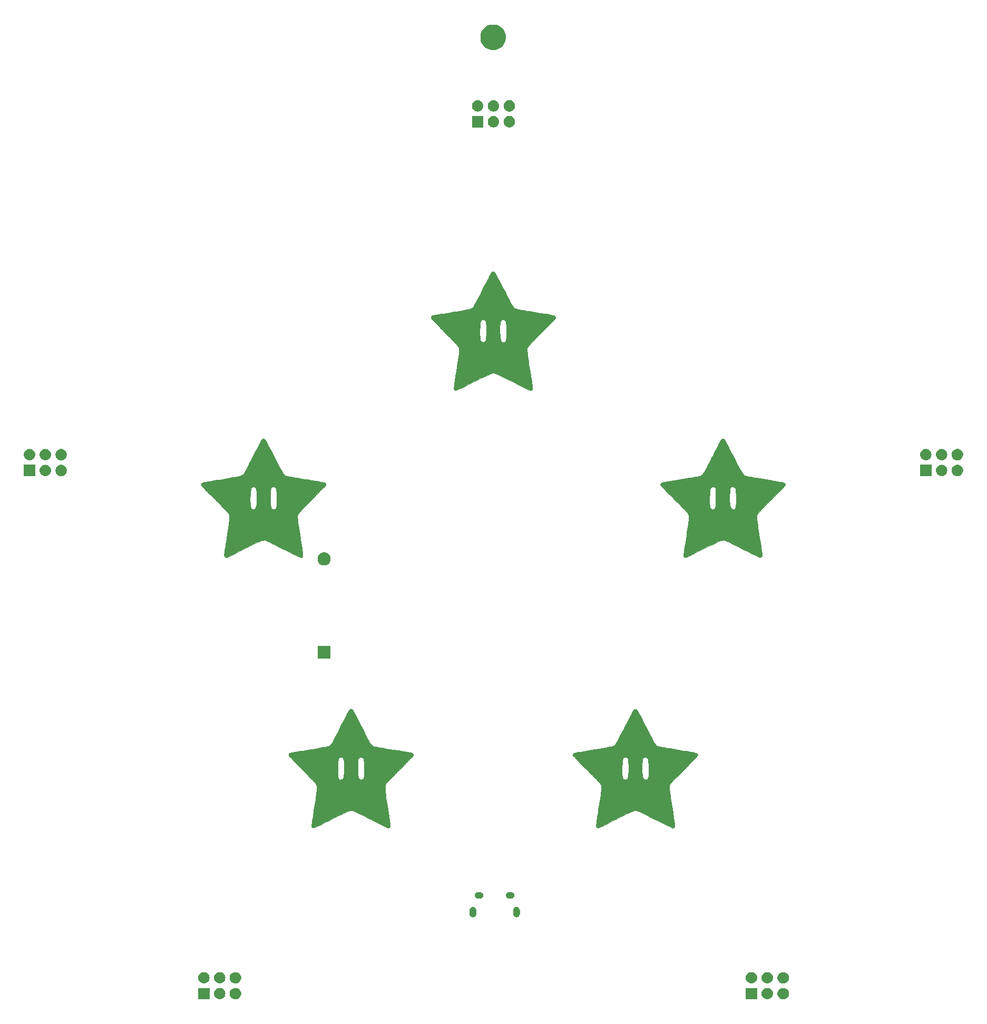
<source format=gbr>
G04 #@! TF.GenerationSoftware,KiCad,Pcbnew,5.1.3-ffb9f22~84~ubuntu16.04.1*
G04 #@! TF.CreationDate,2019-07-25T21:15:37-07:00*
G04 #@! TF.ProjectId,Star_Badge,53746172-5f42-4616-9467-652e6b696361,rev?*
G04 #@! TF.SameCoordinates,Original*
G04 #@! TF.FileFunction,Soldermask,Top*
G04 #@! TF.FilePolarity,Negative*
%FSLAX46Y46*%
G04 Gerber Fmt 4.6, Leading zero omitted, Abs format (unit mm)*
G04 Created by KiCad (PCBNEW 5.1.3-ffb9f22~84~ubuntu16.04.1) date 2019-07-25 21:15:37*
%MOMM*%
%LPD*%
G04 APERTURE LIST*
%ADD10C,0.010000*%
%ADD11C,0.100000*%
G04 APERTURE END LIST*
D10*
G36*
X100198055Y-55422636D02*
G01*
X100222716Y-55445595D01*
X100264615Y-55505597D01*
X100340009Y-55632707D01*
X100444288Y-55818424D01*
X100572846Y-56054246D01*
X100721073Y-56331674D01*
X100884362Y-56642206D01*
X101058103Y-56977341D01*
X101146446Y-57149511D01*
X101472604Y-57786628D01*
X101763251Y-58352525D01*
X102020923Y-58851619D01*
X102248158Y-59288326D01*
X102447493Y-59667063D01*
X102621465Y-59992247D01*
X102772611Y-60268294D01*
X102903468Y-60499620D01*
X103016573Y-60690641D01*
X103114464Y-60845775D01*
X103199676Y-60969437D01*
X103274748Y-61066044D01*
X103342216Y-61140013D01*
X103404618Y-61195759D01*
X103464490Y-61237699D01*
X103509365Y-61262805D01*
X103622803Y-61307612D01*
X103791609Y-61358696D01*
X103987708Y-61407975D01*
X104090326Y-61430040D01*
X104246068Y-61459646D01*
X104473826Y-61500528D01*
X104761986Y-61550755D01*
X105098933Y-61608395D01*
X105473053Y-61671518D01*
X105872732Y-61738194D01*
X106286355Y-61806492D01*
X106702308Y-61874481D01*
X107108976Y-61940231D01*
X107494746Y-62001811D01*
X107848002Y-62057290D01*
X108064500Y-62090665D01*
X108551385Y-62166645D01*
X108957120Y-62233589D01*
X109284675Y-62292070D01*
X109537019Y-62342660D01*
X109717122Y-62385934D01*
X109827954Y-62422464D01*
X109854973Y-62436190D01*
X109969748Y-62549732D01*
X110006763Y-62691824D01*
X109963427Y-62852056D01*
X109960067Y-62858541D01*
X109916293Y-62915364D01*
X109818393Y-63025790D01*
X109672239Y-63183682D01*
X109483702Y-63382901D01*
X109258652Y-63617309D01*
X109002959Y-63880770D01*
X108722495Y-64167146D01*
X108423131Y-64470298D01*
X108295300Y-64599010D01*
X107816231Y-65081090D01*
X107393936Y-65507228D01*
X107024994Y-65881023D01*
X106705984Y-66206072D01*
X106433485Y-66485974D01*
X106204076Y-66724327D01*
X106014336Y-66924729D01*
X105860843Y-67090777D01*
X105740177Y-67226071D01*
X105648916Y-67334207D01*
X105583639Y-67418784D01*
X105540926Y-67483400D01*
X105525830Y-67511695D01*
X105498793Y-67578776D01*
X105477939Y-67657698D01*
X105463827Y-67753546D01*
X105457015Y-67871408D01*
X105458062Y-68016369D01*
X105467526Y-68193515D01*
X105485965Y-68407933D01*
X105513937Y-68664709D01*
X105552001Y-68968928D01*
X105600715Y-69325677D01*
X105660638Y-69740043D01*
X105732327Y-70217110D01*
X105816342Y-70761966D01*
X105913239Y-71379696D01*
X106023578Y-72075387D01*
X106033917Y-72140303D01*
X106107274Y-72602936D01*
X106167537Y-72989539D01*
X106215471Y-73307608D01*
X106251838Y-73564640D01*
X106277402Y-73768129D01*
X106292926Y-73925571D01*
X106299174Y-74044463D01*
X106296909Y-74132299D01*
X106286894Y-74196576D01*
X106269892Y-74244790D01*
X106251530Y-74277203D01*
X106161386Y-74360830D01*
X106048671Y-74410597D01*
X106016216Y-74413091D01*
X105971087Y-74406674D01*
X105907987Y-74388868D01*
X105821622Y-74357194D01*
X105706695Y-74309176D01*
X105557912Y-74242334D01*
X105369977Y-74154191D01*
X105137595Y-74042269D01*
X104855469Y-73904090D01*
X104518305Y-73737176D01*
X104120807Y-73539050D01*
X103657679Y-73307232D01*
X103200320Y-73077758D01*
X102619879Y-72787016D01*
X102111182Y-72533757D01*
X101670870Y-72316378D01*
X101295582Y-72133276D01*
X100981958Y-71982849D01*
X100726638Y-71863492D01*
X100526262Y-71773604D01*
X100377468Y-71711582D01*
X100276899Y-71675821D01*
X100243417Y-71667243D01*
X100157956Y-71651488D01*
X100076964Y-71641163D01*
X99994703Y-71638608D01*
X99905433Y-71646164D01*
X99803415Y-71666172D01*
X99682909Y-71700970D01*
X99538176Y-71752901D01*
X99363477Y-71824303D01*
X99153072Y-71917517D01*
X98901222Y-72034884D01*
X98602188Y-72178744D01*
X98250230Y-72351437D01*
X97839608Y-72555303D01*
X97364584Y-72792682D01*
X96846167Y-73052502D01*
X96400429Y-73275436D01*
X95974248Y-73487442D01*
X95574058Y-73685392D01*
X95206293Y-73866156D01*
X94877387Y-74026606D01*
X94593775Y-74163613D01*
X94361891Y-74274047D01*
X94188169Y-74354780D01*
X94079043Y-74402682D01*
X94044390Y-74415031D01*
X93936504Y-74419172D01*
X93846884Y-74373085D01*
X93795010Y-74325525D01*
X93737303Y-74262731D01*
X93705229Y-74202512D01*
X93693904Y-74120654D01*
X93698446Y-73992946D01*
X93706542Y-73886878D01*
X93719617Y-73766782D01*
X93744640Y-73575755D01*
X93779770Y-73326401D01*
X93823164Y-73031323D01*
X93872982Y-72703128D01*
X93927381Y-72354418D01*
X93964200Y-72123500D01*
X94084162Y-71371350D01*
X94191001Y-70688182D01*
X94284461Y-70075801D01*
X94364286Y-69536010D01*
X94430220Y-69070612D01*
X94482008Y-68681413D01*
X94519393Y-68370214D01*
X94542119Y-68138821D01*
X94549884Y-67996000D01*
X94540993Y-67765119D01*
X94506111Y-67592021D01*
X94475756Y-67515392D01*
X94442162Y-67458046D01*
X94384776Y-67379557D01*
X94300363Y-67276521D01*
X94185688Y-67145533D01*
X94037518Y-66983188D01*
X93852617Y-66786082D01*
X93627752Y-66550810D01*
X93359688Y-66273967D01*
X93045191Y-65952148D01*
X92681026Y-65581950D01*
X92335352Y-65232201D01*
X97850520Y-65232201D01*
X97855005Y-65548395D01*
X97866169Y-65833917D01*
X97884291Y-66074366D01*
X97909653Y-66255337D01*
X97925026Y-66318657D01*
X98013805Y-66512024D01*
X98142164Y-66631925D01*
X98314170Y-66681756D01*
X98362470Y-66683667D01*
X98512125Y-66667433D01*
X98620577Y-66609492D01*
X98653036Y-66579752D01*
X98736786Y-66467014D01*
X98803069Y-66329960D01*
X98808057Y-66315169D01*
X98845510Y-66146998D01*
X98875916Y-65910568D01*
X98899129Y-65622004D01*
X98914998Y-65297430D01*
X98923378Y-64952973D01*
X98924119Y-64604758D01*
X98922396Y-64522596D01*
X101067936Y-64522596D01*
X101068757Y-64887378D01*
X101081298Y-65262749D01*
X101090197Y-65420057D01*
X101113794Y-65748480D01*
X101139328Y-66004356D01*
X101169482Y-66199801D01*
X101206940Y-66346933D01*
X101254383Y-66457868D01*
X101314495Y-66544723D01*
X101346965Y-66579752D01*
X101484968Y-66663716D01*
X101651404Y-66688903D01*
X101814804Y-66655155D01*
X101925149Y-66582699D01*
X101985264Y-66513727D01*
X102033066Y-66433593D01*
X102069899Y-66332315D01*
X102097103Y-66199912D01*
X102116023Y-66026402D01*
X102127999Y-65801803D01*
X102134376Y-65516133D01*
X102136496Y-65159411D01*
X102136475Y-65011500D01*
X102133573Y-64580253D01*
X102125326Y-64224821D01*
X102110674Y-63936460D01*
X102088557Y-63706424D01*
X102057916Y-63525971D01*
X102017691Y-63386357D01*
X101966823Y-63278838D01*
X101918226Y-63210616D01*
X101773955Y-63095826D01*
X101609567Y-63054108D01*
X101443956Y-63083391D01*
X101296017Y-63181604D01*
X101214545Y-63287748D01*
X101167517Y-63415203D01*
X101128626Y-63614707D01*
X101098588Y-63873969D01*
X101078119Y-64180696D01*
X101067936Y-64522596D01*
X98922396Y-64522596D01*
X98917074Y-64268911D01*
X98902095Y-63961556D01*
X98879034Y-63698819D01*
X98847742Y-63496826D01*
X98834421Y-63442034D01*
X98761235Y-63252876D01*
X98660321Y-63133318D01*
X98517681Y-63069419D01*
X98447536Y-63056548D01*
X98272530Y-63072855D01*
X98120378Y-63165176D01*
X98002838Y-63325589D01*
X97982519Y-63369881D01*
X97948121Y-63497497D01*
X97918435Y-63695261D01*
X97893743Y-63948770D01*
X97874324Y-64243621D01*
X97860460Y-64565412D01*
X97852432Y-64899739D01*
X97850520Y-65232201D01*
X92335352Y-65232201D01*
X92263959Y-65159967D01*
X91790755Y-64682795D01*
X91654713Y-64545833D01*
X91349688Y-64237509D01*
X91062126Y-63944277D01*
X90797730Y-63672126D01*
X90562201Y-63427048D01*
X90361241Y-63215031D01*
X90200551Y-63042067D01*
X90085833Y-62914145D01*
X90022788Y-62837256D01*
X90012738Y-62820750D01*
X89995138Y-62662861D01*
X90052749Y-62516613D01*
X90110734Y-62454012D01*
X90153365Y-62427840D01*
X90222744Y-62400974D01*
X90326178Y-62371980D01*
X90470974Y-62339421D01*
X90664438Y-62301864D01*
X90913879Y-62257875D01*
X91226603Y-62206017D01*
X91609917Y-62144857D01*
X91977834Y-62087409D01*
X92533587Y-62000342D01*
X93077807Y-61913399D01*
X93603167Y-61827849D01*
X94102336Y-61744964D01*
X94567985Y-61666012D01*
X94992786Y-61592265D01*
X95369410Y-61524990D01*
X95690528Y-61465460D01*
X95948810Y-61414942D01*
X96136927Y-61374708D01*
X96236140Y-61349557D01*
X96444123Y-61277290D01*
X96600119Y-61191400D01*
X96730736Y-61071821D01*
X96862587Y-60898485D01*
X96891741Y-60855159D01*
X96970400Y-60727035D01*
X97085176Y-60525618D01*
X97234686Y-60253522D01*
X97417548Y-59913365D01*
X97632377Y-59507761D01*
X97877793Y-59039326D01*
X98152412Y-58510676D01*
X98454851Y-57924426D01*
X98783727Y-57283194D01*
X98894040Y-57067372D01*
X99066392Y-56732494D01*
X99230818Y-56417920D01*
X99382524Y-56132464D01*
X99516717Y-55884937D01*
X99628606Y-55684150D01*
X99713398Y-55538916D01*
X99766300Y-55458044D01*
X99774756Y-55448122D01*
X99913727Y-55356671D01*
X100058163Y-55348156D01*
X100198055Y-55422636D01*
X100198055Y-55422636D01*
G37*
X100198055Y-55422636D02*
X100222716Y-55445595D01*
X100264615Y-55505597D01*
X100340009Y-55632707D01*
X100444288Y-55818424D01*
X100572846Y-56054246D01*
X100721073Y-56331674D01*
X100884362Y-56642206D01*
X101058103Y-56977341D01*
X101146446Y-57149511D01*
X101472604Y-57786628D01*
X101763251Y-58352525D01*
X102020923Y-58851619D01*
X102248158Y-59288326D01*
X102447493Y-59667063D01*
X102621465Y-59992247D01*
X102772611Y-60268294D01*
X102903468Y-60499620D01*
X103016573Y-60690641D01*
X103114464Y-60845775D01*
X103199676Y-60969437D01*
X103274748Y-61066044D01*
X103342216Y-61140013D01*
X103404618Y-61195759D01*
X103464490Y-61237699D01*
X103509365Y-61262805D01*
X103622803Y-61307612D01*
X103791609Y-61358696D01*
X103987708Y-61407975D01*
X104090326Y-61430040D01*
X104246068Y-61459646D01*
X104473826Y-61500528D01*
X104761986Y-61550755D01*
X105098933Y-61608395D01*
X105473053Y-61671518D01*
X105872732Y-61738194D01*
X106286355Y-61806492D01*
X106702308Y-61874481D01*
X107108976Y-61940231D01*
X107494746Y-62001811D01*
X107848002Y-62057290D01*
X108064500Y-62090665D01*
X108551385Y-62166645D01*
X108957120Y-62233589D01*
X109284675Y-62292070D01*
X109537019Y-62342660D01*
X109717122Y-62385934D01*
X109827954Y-62422464D01*
X109854973Y-62436190D01*
X109969748Y-62549732D01*
X110006763Y-62691824D01*
X109963427Y-62852056D01*
X109960067Y-62858541D01*
X109916293Y-62915364D01*
X109818393Y-63025790D01*
X109672239Y-63183682D01*
X109483702Y-63382901D01*
X109258652Y-63617309D01*
X109002959Y-63880770D01*
X108722495Y-64167146D01*
X108423131Y-64470298D01*
X108295300Y-64599010D01*
X107816231Y-65081090D01*
X107393936Y-65507228D01*
X107024994Y-65881023D01*
X106705984Y-66206072D01*
X106433485Y-66485974D01*
X106204076Y-66724327D01*
X106014336Y-66924729D01*
X105860843Y-67090777D01*
X105740177Y-67226071D01*
X105648916Y-67334207D01*
X105583639Y-67418784D01*
X105540926Y-67483400D01*
X105525830Y-67511695D01*
X105498793Y-67578776D01*
X105477939Y-67657698D01*
X105463827Y-67753546D01*
X105457015Y-67871408D01*
X105458062Y-68016369D01*
X105467526Y-68193515D01*
X105485965Y-68407933D01*
X105513937Y-68664709D01*
X105552001Y-68968928D01*
X105600715Y-69325677D01*
X105660638Y-69740043D01*
X105732327Y-70217110D01*
X105816342Y-70761966D01*
X105913239Y-71379696D01*
X106023578Y-72075387D01*
X106033917Y-72140303D01*
X106107274Y-72602936D01*
X106167537Y-72989539D01*
X106215471Y-73307608D01*
X106251838Y-73564640D01*
X106277402Y-73768129D01*
X106292926Y-73925571D01*
X106299174Y-74044463D01*
X106296909Y-74132299D01*
X106286894Y-74196576D01*
X106269892Y-74244790D01*
X106251530Y-74277203D01*
X106161386Y-74360830D01*
X106048671Y-74410597D01*
X106016216Y-74413091D01*
X105971087Y-74406674D01*
X105907987Y-74388868D01*
X105821622Y-74357194D01*
X105706695Y-74309176D01*
X105557912Y-74242334D01*
X105369977Y-74154191D01*
X105137595Y-74042269D01*
X104855469Y-73904090D01*
X104518305Y-73737176D01*
X104120807Y-73539050D01*
X103657679Y-73307232D01*
X103200320Y-73077758D01*
X102619879Y-72787016D01*
X102111182Y-72533757D01*
X101670870Y-72316378D01*
X101295582Y-72133276D01*
X100981958Y-71982849D01*
X100726638Y-71863492D01*
X100526262Y-71773604D01*
X100377468Y-71711582D01*
X100276899Y-71675821D01*
X100243417Y-71667243D01*
X100157956Y-71651488D01*
X100076964Y-71641163D01*
X99994703Y-71638608D01*
X99905433Y-71646164D01*
X99803415Y-71666172D01*
X99682909Y-71700970D01*
X99538176Y-71752901D01*
X99363477Y-71824303D01*
X99153072Y-71917517D01*
X98901222Y-72034884D01*
X98602188Y-72178744D01*
X98250230Y-72351437D01*
X97839608Y-72555303D01*
X97364584Y-72792682D01*
X96846167Y-73052502D01*
X96400429Y-73275436D01*
X95974248Y-73487442D01*
X95574058Y-73685392D01*
X95206293Y-73866156D01*
X94877387Y-74026606D01*
X94593775Y-74163613D01*
X94361891Y-74274047D01*
X94188169Y-74354780D01*
X94079043Y-74402682D01*
X94044390Y-74415031D01*
X93936504Y-74419172D01*
X93846884Y-74373085D01*
X93795010Y-74325525D01*
X93737303Y-74262731D01*
X93705229Y-74202512D01*
X93693904Y-74120654D01*
X93698446Y-73992946D01*
X93706542Y-73886878D01*
X93719617Y-73766782D01*
X93744640Y-73575755D01*
X93779770Y-73326401D01*
X93823164Y-73031323D01*
X93872982Y-72703128D01*
X93927381Y-72354418D01*
X93964200Y-72123500D01*
X94084162Y-71371350D01*
X94191001Y-70688182D01*
X94284461Y-70075801D01*
X94364286Y-69536010D01*
X94430220Y-69070612D01*
X94482008Y-68681413D01*
X94519393Y-68370214D01*
X94542119Y-68138821D01*
X94549884Y-67996000D01*
X94540993Y-67765119D01*
X94506111Y-67592021D01*
X94475756Y-67515392D01*
X94442162Y-67458046D01*
X94384776Y-67379557D01*
X94300363Y-67276521D01*
X94185688Y-67145533D01*
X94037518Y-66983188D01*
X93852617Y-66786082D01*
X93627752Y-66550810D01*
X93359688Y-66273967D01*
X93045191Y-65952148D01*
X92681026Y-65581950D01*
X92335352Y-65232201D01*
X97850520Y-65232201D01*
X97855005Y-65548395D01*
X97866169Y-65833917D01*
X97884291Y-66074366D01*
X97909653Y-66255337D01*
X97925026Y-66318657D01*
X98013805Y-66512024D01*
X98142164Y-66631925D01*
X98314170Y-66681756D01*
X98362470Y-66683667D01*
X98512125Y-66667433D01*
X98620577Y-66609492D01*
X98653036Y-66579752D01*
X98736786Y-66467014D01*
X98803069Y-66329960D01*
X98808057Y-66315169D01*
X98845510Y-66146998D01*
X98875916Y-65910568D01*
X98899129Y-65622004D01*
X98914998Y-65297430D01*
X98923378Y-64952973D01*
X98924119Y-64604758D01*
X98922396Y-64522596D01*
X101067936Y-64522596D01*
X101068757Y-64887378D01*
X101081298Y-65262749D01*
X101090197Y-65420057D01*
X101113794Y-65748480D01*
X101139328Y-66004356D01*
X101169482Y-66199801D01*
X101206940Y-66346933D01*
X101254383Y-66457868D01*
X101314495Y-66544723D01*
X101346965Y-66579752D01*
X101484968Y-66663716D01*
X101651404Y-66688903D01*
X101814804Y-66655155D01*
X101925149Y-66582699D01*
X101985264Y-66513727D01*
X102033066Y-66433593D01*
X102069899Y-66332315D01*
X102097103Y-66199912D01*
X102116023Y-66026402D01*
X102127999Y-65801803D01*
X102134376Y-65516133D01*
X102136496Y-65159411D01*
X102136475Y-65011500D01*
X102133573Y-64580253D01*
X102125326Y-64224821D01*
X102110674Y-63936460D01*
X102088557Y-63706424D01*
X102057916Y-63525971D01*
X102017691Y-63386357D01*
X101966823Y-63278838D01*
X101918226Y-63210616D01*
X101773955Y-63095826D01*
X101609567Y-63054108D01*
X101443956Y-63083391D01*
X101296017Y-63181604D01*
X101214545Y-63287748D01*
X101167517Y-63415203D01*
X101128626Y-63614707D01*
X101098588Y-63873969D01*
X101078119Y-64180696D01*
X101067936Y-64522596D01*
X98922396Y-64522596D01*
X98917074Y-64268911D01*
X98902095Y-63961556D01*
X98879034Y-63698819D01*
X98847742Y-63496826D01*
X98834421Y-63442034D01*
X98761235Y-63252876D01*
X98660321Y-63133318D01*
X98517681Y-63069419D01*
X98447536Y-63056548D01*
X98272530Y-63072855D01*
X98120378Y-63165176D01*
X98002838Y-63325589D01*
X97982519Y-63369881D01*
X97948121Y-63497497D01*
X97918435Y-63695261D01*
X97893743Y-63948770D01*
X97874324Y-64243621D01*
X97860460Y-64565412D01*
X97852432Y-64899739D01*
X97850520Y-65232201D01*
X92335352Y-65232201D01*
X92263959Y-65159967D01*
X91790755Y-64682795D01*
X91654713Y-64545833D01*
X91349688Y-64237509D01*
X91062126Y-63944277D01*
X90797730Y-63672126D01*
X90562201Y-63427048D01*
X90361241Y-63215031D01*
X90200551Y-63042067D01*
X90085833Y-62914145D01*
X90022788Y-62837256D01*
X90012738Y-62820750D01*
X89995138Y-62662861D01*
X90052749Y-62516613D01*
X90110734Y-62454012D01*
X90153365Y-62427840D01*
X90222744Y-62400974D01*
X90326178Y-62371980D01*
X90470974Y-62339421D01*
X90664438Y-62301864D01*
X90913879Y-62257875D01*
X91226603Y-62206017D01*
X91609917Y-62144857D01*
X91977834Y-62087409D01*
X92533587Y-62000342D01*
X93077807Y-61913399D01*
X93603167Y-61827849D01*
X94102336Y-61744964D01*
X94567985Y-61666012D01*
X94992786Y-61592265D01*
X95369410Y-61524990D01*
X95690528Y-61465460D01*
X95948810Y-61414942D01*
X96136927Y-61374708D01*
X96236140Y-61349557D01*
X96444123Y-61277290D01*
X96600119Y-61191400D01*
X96730736Y-61071821D01*
X96862587Y-60898485D01*
X96891741Y-60855159D01*
X96970400Y-60727035D01*
X97085176Y-60525618D01*
X97234686Y-60253522D01*
X97417548Y-59913365D01*
X97632377Y-59507761D01*
X97877793Y-59039326D01*
X98152412Y-58510676D01*
X98454851Y-57924426D01*
X98783727Y-57283194D01*
X98894040Y-57067372D01*
X99066392Y-56732494D01*
X99230818Y-56417920D01*
X99382524Y-56132464D01*
X99516717Y-55884937D01*
X99628606Y-55684150D01*
X99713398Y-55538916D01*
X99766300Y-55458044D01*
X99774756Y-55448122D01*
X99913727Y-55356671D01*
X100058163Y-55348156D01*
X100198055Y-55422636D01*
G36*
X137073757Y-82224158D02*
G01*
X137142568Y-82282178D01*
X137184830Y-82344619D01*
X137259506Y-82472952D01*
X137361265Y-82657283D01*
X137484776Y-82887717D01*
X137624707Y-83154359D01*
X137775728Y-83447314D01*
X137866744Y-83626262D01*
X138153318Y-84190440D01*
X138430905Y-84732862D01*
X138696577Y-85247999D01*
X138947403Y-85730326D01*
X139180456Y-86174316D01*
X139392806Y-86574442D01*
X139581522Y-86925177D01*
X139743677Y-87220995D01*
X139876341Y-87456370D01*
X139976584Y-87625774D01*
X140030654Y-87708938D01*
X140142206Y-87851235D01*
X140258411Y-87975614D01*
X140354481Y-88055592D01*
X140356101Y-88056603D01*
X140391898Y-88078980D01*
X140425685Y-88099301D01*
X140462035Y-88118406D01*
X140505517Y-88137137D01*
X140560704Y-88156337D01*
X140632166Y-88176846D01*
X140724476Y-88199506D01*
X140842203Y-88225158D01*
X140989919Y-88254645D01*
X141172196Y-88288807D01*
X141393604Y-88328487D01*
X141658715Y-88374525D01*
X141972100Y-88427764D01*
X142338330Y-88489044D01*
X142761976Y-88559209D01*
X143247610Y-88639098D01*
X143799803Y-88729554D01*
X144423126Y-88831418D01*
X145122150Y-88945531D01*
X145672805Y-89035411D01*
X146022500Y-89093711D01*
X146297528Y-89143666D01*
X146507036Y-89188886D01*
X146660176Y-89232981D01*
X146766098Y-89279559D01*
X146833951Y-89332231D01*
X146872885Y-89394606D01*
X146892051Y-89470294D01*
X146897449Y-89518529D01*
X146900664Y-89550142D01*
X146902042Y-89579234D01*
X146897871Y-89609844D01*
X146884441Y-89646011D01*
X146858040Y-89691775D01*
X146814957Y-89751174D01*
X146751480Y-89828246D01*
X146663897Y-89927032D01*
X146548498Y-90051570D01*
X146401571Y-90205898D01*
X146219405Y-90394057D01*
X145998287Y-90620084D01*
X145734507Y-90888020D01*
X145424354Y-91201902D01*
X145064115Y-91565770D01*
X144650080Y-91983662D01*
X144404190Y-92231833D01*
X144001089Y-92640219D01*
X143638656Y-93010504D01*
X143319739Y-93339684D01*
X143047187Y-93624755D01*
X142823847Y-93862714D01*
X142652567Y-94050557D01*
X142536196Y-94185278D01*
X142477607Y-94263833D01*
X142419453Y-94370524D01*
X142383640Y-94463700D01*
X142365296Y-94568974D01*
X142359550Y-94711958D01*
X142360859Y-94877667D01*
X142367227Y-95017951D01*
X142382963Y-95204478D01*
X142408638Y-95441334D01*
X142444823Y-95732608D01*
X142492090Y-96082388D01*
X142551008Y-96494760D01*
X142622149Y-96973813D01*
X142706083Y-97523633D01*
X142803382Y-98148310D01*
X142914617Y-98851930D01*
X142925528Y-98920500D01*
X142999496Y-99385876D01*
X143060821Y-99775037D01*
X143110260Y-100095367D01*
X143148572Y-100354251D01*
X143176513Y-100559071D01*
X143194842Y-100717213D01*
X143204316Y-100836061D01*
X143205693Y-100922999D01*
X143199731Y-100985410D01*
X143187186Y-101030680D01*
X143168818Y-101066193D01*
X143148642Y-101094961D01*
X143049890Y-101182639D01*
X142908771Y-101218309D01*
X142899830Y-101219038D01*
X142859606Y-101217870D01*
X142806016Y-101207305D01*
X142733569Y-101184766D01*
X142636775Y-101147681D01*
X142510143Y-101093474D01*
X142348182Y-101019571D01*
X142145402Y-100923398D01*
X141896313Y-100802381D01*
X141595423Y-100653944D01*
X141237242Y-100475515D01*
X140816280Y-100264517D01*
X140327045Y-100018378D01*
X140165916Y-99937185D01*
X139725126Y-99715577D01*
X139301118Y-99503496D01*
X138900814Y-99304336D01*
X138531136Y-99121491D01*
X138199008Y-98958356D01*
X137911353Y-98818323D01*
X137675094Y-98704787D01*
X137497153Y-98621142D01*
X137384453Y-98570781D01*
X137355477Y-98559397D01*
X137036759Y-98486645D01*
X136719921Y-98492730D01*
X136488434Y-98543706D01*
X136412077Y-98573964D01*
X136267006Y-98639139D01*
X136060047Y-98735918D01*
X135798032Y-98860988D01*
X135487789Y-99011036D01*
X135136147Y-99182750D01*
X134749935Y-99372818D01*
X134335983Y-99577927D01*
X133901119Y-99794764D01*
X133655000Y-99918077D01*
X133216140Y-100138010D01*
X132798095Y-100346878D01*
X132407230Y-100541543D01*
X132049912Y-100718862D01*
X131732509Y-100875696D01*
X131461385Y-101008902D01*
X131242908Y-101115341D01*
X131083444Y-101191871D01*
X130989359Y-101235351D01*
X130966834Y-101244294D01*
X130856759Y-101244959D01*
X130796030Y-101229324D01*
X130705257Y-101182062D01*
X130647657Y-101116568D01*
X130618012Y-101016113D01*
X130611106Y-100863969D01*
X130620247Y-100665585D01*
X130634837Y-100509427D01*
X130661588Y-100287774D01*
X130698027Y-100018524D01*
X130741683Y-99719572D01*
X130790083Y-99408817D01*
X130814531Y-99259167D01*
X130896459Y-98759643D01*
X130977317Y-98254845D01*
X131055803Y-97753707D01*
X131130616Y-97265167D01*
X131200453Y-96798161D01*
X131264011Y-96361625D01*
X131319988Y-95964495D01*
X131367082Y-95615708D01*
X131403991Y-95324201D01*
X131429412Y-95098908D01*
X131441630Y-94956163D01*
X131450982Y-94758506D01*
X131449446Y-94619958D01*
X131433940Y-94515323D01*
X131401384Y-94419402D01*
X131366737Y-94343824D01*
X131336418Y-94289249D01*
X131291291Y-94222591D01*
X131227795Y-94140089D01*
X131142368Y-94037982D01*
X131031451Y-93912509D01*
X130891480Y-93759908D01*
X130718896Y-93576418D01*
X130510137Y-93358279D01*
X130261641Y-93101728D01*
X129969849Y-92803005D01*
X129631198Y-92458349D01*
X129252588Y-92074599D01*
X134760963Y-92074599D01*
X134761016Y-92411294D01*
X134768234Y-92682345D01*
X134783809Y-92897199D01*
X134808934Y-93065298D01*
X134844802Y-93196089D01*
X134892606Y-93299014D01*
X134953539Y-93383520D01*
X134989032Y-93421547D01*
X135125464Y-93503016D01*
X135291280Y-93523564D01*
X135456270Y-93482412D01*
X135532749Y-93435556D01*
X135600830Y-93372305D01*
X135656180Y-93294470D01*
X135700057Y-93193260D01*
X135733719Y-93059884D01*
X135758424Y-92885553D01*
X135775430Y-92661475D01*
X135785995Y-92378859D01*
X135791376Y-92028916D01*
X135791942Y-91869380D01*
X137979188Y-91869380D01*
X137986848Y-92291712D01*
X138008569Y-92641196D01*
X138045807Y-92923372D01*
X138100017Y-93143782D01*
X138172655Y-93307965D01*
X138265176Y-93421463D01*
X138379037Y-93489817D01*
X138515692Y-93518565D01*
X138549374Y-93520135D01*
X138679138Y-93495454D01*
X138789567Y-93437797D01*
X138883286Y-93328594D01*
X138955606Y-93161427D01*
X139008474Y-92929022D01*
X139043833Y-92624105D01*
X139055488Y-92443500D01*
X139061866Y-92220192D01*
X139061370Y-91953776D01*
X139054858Y-91660757D01*
X139043184Y-91357640D01*
X139027203Y-91060931D01*
X139007773Y-90787134D01*
X138985747Y-90552757D01*
X138961982Y-90374303D01*
X138943745Y-90287836D01*
X138859777Y-90105941D01*
X138734984Y-89972278D01*
X138585486Y-89893527D01*
X138427404Y-89876365D01*
X138276859Y-89927473D01*
X138207392Y-89982759D01*
X138146853Y-90053525D01*
X138098986Y-90138076D01*
X138062062Y-90247154D01*
X138034350Y-90391498D01*
X138014120Y-90581848D01*
X137999642Y-90828944D01*
X137989186Y-91143526D01*
X137984133Y-91368659D01*
X137979188Y-91869380D01*
X135791942Y-91869380D01*
X135792834Y-91618000D01*
X135791965Y-91221125D01*
X135788532Y-90899631D01*
X135781297Y-90644244D01*
X135769021Y-90445689D01*
X135750464Y-90294690D01*
X135724389Y-90181974D01*
X135689555Y-90098265D01*
X135644725Y-90034288D01*
X135588658Y-89980768D01*
X135572393Y-89967662D01*
X135419734Y-89896707D01*
X135244131Y-89887734D01*
X135080203Y-89940635D01*
X135037492Y-89969326D01*
X134971644Y-90031244D01*
X134918027Y-90109073D01*
X134875192Y-90211891D01*
X134841689Y-90348773D01*
X134816066Y-90528794D01*
X134796875Y-90761032D01*
X134782663Y-91054562D01*
X134771982Y-91418460D01*
X134766880Y-91662818D01*
X134760963Y-92074599D01*
X129252588Y-92074599D01*
X129242128Y-92063998D01*
X128799078Y-91616191D01*
X128465256Y-91279333D01*
X128171155Y-90981821D01*
X127894460Y-90700209D01*
X127641086Y-90440635D01*
X127416944Y-90209236D01*
X127227948Y-90012149D01*
X127080008Y-89855513D01*
X126979039Y-89745464D01*
X126930952Y-89688140D01*
X126928438Y-89684033D01*
X126884384Y-89526249D01*
X126922655Y-89386328D01*
X126979206Y-89315279D01*
X127019097Y-89283336D01*
X127077239Y-89252804D01*
X127160737Y-89222227D01*
X127276694Y-89190150D01*
X127432217Y-89155116D01*
X127634410Y-89115670D01*
X127890378Y-89070354D01*
X128207226Y-89017714D01*
X128592058Y-88956293D01*
X129051980Y-88884634D01*
X129167667Y-88866777D01*
X129626106Y-88795183D01*
X130091312Y-88720811D01*
X130554679Y-88645162D01*
X131007603Y-88569738D01*
X131441481Y-88496040D01*
X131847709Y-88425569D01*
X132217681Y-88359827D01*
X132542793Y-88300314D01*
X132814442Y-88248532D01*
X133024023Y-88205982D01*
X133162933Y-88174166D01*
X133203780Y-88162560D01*
X133316348Y-88120309D01*
X133419012Y-88067533D01*
X133516807Y-87997253D01*
X133614772Y-87902490D01*
X133717944Y-87776263D01*
X133831360Y-87611595D01*
X133960058Y-87401505D01*
X134109075Y-87139014D01*
X134283449Y-86817142D01*
X134488215Y-86428911D01*
X134574887Y-86262833D01*
X134719385Y-85984584D01*
X134893245Y-85648475D01*
X135087408Y-85272098D01*
X135292817Y-84873041D01*
X135500413Y-84468894D01*
X135701139Y-84077247D01*
X135814308Y-83855969D01*
X135982390Y-83529069D01*
X136142338Y-83221883D01*
X136289221Y-82943592D01*
X136418111Y-82703375D01*
X136524076Y-82510413D01*
X136602188Y-82373885D01*
X136647517Y-82302972D01*
X136649739Y-82300219D01*
X136780677Y-82200373D01*
X136929159Y-82174758D01*
X137073757Y-82224158D01*
X137073757Y-82224158D01*
G37*
X137073757Y-82224158D02*
X137142568Y-82282178D01*
X137184830Y-82344619D01*
X137259506Y-82472952D01*
X137361265Y-82657283D01*
X137484776Y-82887717D01*
X137624707Y-83154359D01*
X137775728Y-83447314D01*
X137866744Y-83626262D01*
X138153318Y-84190440D01*
X138430905Y-84732862D01*
X138696577Y-85247999D01*
X138947403Y-85730326D01*
X139180456Y-86174316D01*
X139392806Y-86574442D01*
X139581522Y-86925177D01*
X139743677Y-87220995D01*
X139876341Y-87456370D01*
X139976584Y-87625774D01*
X140030654Y-87708938D01*
X140142206Y-87851235D01*
X140258411Y-87975614D01*
X140354481Y-88055592D01*
X140356101Y-88056603D01*
X140391898Y-88078980D01*
X140425685Y-88099301D01*
X140462035Y-88118406D01*
X140505517Y-88137137D01*
X140560704Y-88156337D01*
X140632166Y-88176846D01*
X140724476Y-88199506D01*
X140842203Y-88225158D01*
X140989919Y-88254645D01*
X141172196Y-88288807D01*
X141393604Y-88328487D01*
X141658715Y-88374525D01*
X141972100Y-88427764D01*
X142338330Y-88489044D01*
X142761976Y-88559209D01*
X143247610Y-88639098D01*
X143799803Y-88729554D01*
X144423126Y-88831418D01*
X145122150Y-88945531D01*
X145672805Y-89035411D01*
X146022500Y-89093711D01*
X146297528Y-89143666D01*
X146507036Y-89188886D01*
X146660176Y-89232981D01*
X146766098Y-89279559D01*
X146833951Y-89332231D01*
X146872885Y-89394606D01*
X146892051Y-89470294D01*
X146897449Y-89518529D01*
X146900664Y-89550142D01*
X146902042Y-89579234D01*
X146897871Y-89609844D01*
X146884441Y-89646011D01*
X146858040Y-89691775D01*
X146814957Y-89751174D01*
X146751480Y-89828246D01*
X146663897Y-89927032D01*
X146548498Y-90051570D01*
X146401571Y-90205898D01*
X146219405Y-90394057D01*
X145998287Y-90620084D01*
X145734507Y-90888020D01*
X145424354Y-91201902D01*
X145064115Y-91565770D01*
X144650080Y-91983662D01*
X144404190Y-92231833D01*
X144001089Y-92640219D01*
X143638656Y-93010504D01*
X143319739Y-93339684D01*
X143047187Y-93624755D01*
X142823847Y-93862714D01*
X142652567Y-94050557D01*
X142536196Y-94185278D01*
X142477607Y-94263833D01*
X142419453Y-94370524D01*
X142383640Y-94463700D01*
X142365296Y-94568974D01*
X142359550Y-94711958D01*
X142360859Y-94877667D01*
X142367227Y-95017951D01*
X142382963Y-95204478D01*
X142408638Y-95441334D01*
X142444823Y-95732608D01*
X142492090Y-96082388D01*
X142551008Y-96494760D01*
X142622149Y-96973813D01*
X142706083Y-97523633D01*
X142803382Y-98148310D01*
X142914617Y-98851930D01*
X142925528Y-98920500D01*
X142999496Y-99385876D01*
X143060821Y-99775037D01*
X143110260Y-100095367D01*
X143148572Y-100354251D01*
X143176513Y-100559071D01*
X143194842Y-100717213D01*
X143204316Y-100836061D01*
X143205693Y-100922999D01*
X143199731Y-100985410D01*
X143187186Y-101030680D01*
X143168818Y-101066193D01*
X143148642Y-101094961D01*
X143049890Y-101182639D01*
X142908771Y-101218309D01*
X142899830Y-101219038D01*
X142859606Y-101217870D01*
X142806016Y-101207305D01*
X142733569Y-101184766D01*
X142636775Y-101147681D01*
X142510143Y-101093474D01*
X142348182Y-101019571D01*
X142145402Y-100923398D01*
X141896313Y-100802381D01*
X141595423Y-100653944D01*
X141237242Y-100475515D01*
X140816280Y-100264517D01*
X140327045Y-100018378D01*
X140165916Y-99937185D01*
X139725126Y-99715577D01*
X139301118Y-99503496D01*
X138900814Y-99304336D01*
X138531136Y-99121491D01*
X138199008Y-98958356D01*
X137911353Y-98818323D01*
X137675094Y-98704787D01*
X137497153Y-98621142D01*
X137384453Y-98570781D01*
X137355477Y-98559397D01*
X137036759Y-98486645D01*
X136719921Y-98492730D01*
X136488434Y-98543706D01*
X136412077Y-98573964D01*
X136267006Y-98639139D01*
X136060047Y-98735918D01*
X135798032Y-98860988D01*
X135487789Y-99011036D01*
X135136147Y-99182750D01*
X134749935Y-99372818D01*
X134335983Y-99577927D01*
X133901119Y-99794764D01*
X133655000Y-99918077D01*
X133216140Y-100138010D01*
X132798095Y-100346878D01*
X132407230Y-100541543D01*
X132049912Y-100718862D01*
X131732509Y-100875696D01*
X131461385Y-101008902D01*
X131242908Y-101115341D01*
X131083444Y-101191871D01*
X130989359Y-101235351D01*
X130966834Y-101244294D01*
X130856759Y-101244959D01*
X130796030Y-101229324D01*
X130705257Y-101182062D01*
X130647657Y-101116568D01*
X130618012Y-101016113D01*
X130611106Y-100863969D01*
X130620247Y-100665585D01*
X130634837Y-100509427D01*
X130661588Y-100287774D01*
X130698027Y-100018524D01*
X130741683Y-99719572D01*
X130790083Y-99408817D01*
X130814531Y-99259167D01*
X130896459Y-98759643D01*
X130977317Y-98254845D01*
X131055803Y-97753707D01*
X131130616Y-97265167D01*
X131200453Y-96798161D01*
X131264011Y-96361625D01*
X131319988Y-95964495D01*
X131367082Y-95615708D01*
X131403991Y-95324201D01*
X131429412Y-95098908D01*
X131441630Y-94956163D01*
X131450982Y-94758506D01*
X131449446Y-94619958D01*
X131433940Y-94515323D01*
X131401384Y-94419402D01*
X131366737Y-94343824D01*
X131336418Y-94289249D01*
X131291291Y-94222591D01*
X131227795Y-94140089D01*
X131142368Y-94037982D01*
X131031451Y-93912509D01*
X130891480Y-93759908D01*
X130718896Y-93576418D01*
X130510137Y-93358279D01*
X130261641Y-93101728D01*
X129969849Y-92803005D01*
X129631198Y-92458349D01*
X129252588Y-92074599D01*
X134760963Y-92074599D01*
X134761016Y-92411294D01*
X134768234Y-92682345D01*
X134783809Y-92897199D01*
X134808934Y-93065298D01*
X134844802Y-93196089D01*
X134892606Y-93299014D01*
X134953539Y-93383520D01*
X134989032Y-93421547D01*
X135125464Y-93503016D01*
X135291280Y-93523564D01*
X135456270Y-93482412D01*
X135532749Y-93435556D01*
X135600830Y-93372305D01*
X135656180Y-93294470D01*
X135700057Y-93193260D01*
X135733719Y-93059884D01*
X135758424Y-92885553D01*
X135775430Y-92661475D01*
X135785995Y-92378859D01*
X135791376Y-92028916D01*
X135791942Y-91869380D01*
X137979188Y-91869380D01*
X137986848Y-92291712D01*
X138008569Y-92641196D01*
X138045807Y-92923372D01*
X138100017Y-93143782D01*
X138172655Y-93307965D01*
X138265176Y-93421463D01*
X138379037Y-93489817D01*
X138515692Y-93518565D01*
X138549374Y-93520135D01*
X138679138Y-93495454D01*
X138789567Y-93437797D01*
X138883286Y-93328594D01*
X138955606Y-93161427D01*
X139008474Y-92929022D01*
X139043833Y-92624105D01*
X139055488Y-92443500D01*
X139061866Y-92220192D01*
X139061370Y-91953776D01*
X139054858Y-91660757D01*
X139043184Y-91357640D01*
X139027203Y-91060931D01*
X139007773Y-90787134D01*
X138985747Y-90552757D01*
X138961982Y-90374303D01*
X138943745Y-90287836D01*
X138859777Y-90105941D01*
X138734984Y-89972278D01*
X138585486Y-89893527D01*
X138427404Y-89876365D01*
X138276859Y-89927473D01*
X138207392Y-89982759D01*
X138146853Y-90053525D01*
X138098986Y-90138076D01*
X138062062Y-90247154D01*
X138034350Y-90391498D01*
X138014120Y-90581848D01*
X137999642Y-90828944D01*
X137989186Y-91143526D01*
X137984133Y-91368659D01*
X137979188Y-91869380D01*
X135791942Y-91869380D01*
X135792834Y-91618000D01*
X135791965Y-91221125D01*
X135788532Y-90899631D01*
X135781297Y-90644244D01*
X135769021Y-90445689D01*
X135750464Y-90294690D01*
X135724389Y-90181974D01*
X135689555Y-90098265D01*
X135644725Y-90034288D01*
X135588658Y-89980768D01*
X135572393Y-89967662D01*
X135419734Y-89896707D01*
X135244131Y-89887734D01*
X135080203Y-89940635D01*
X135037492Y-89969326D01*
X134971644Y-90031244D01*
X134918027Y-90109073D01*
X134875192Y-90211891D01*
X134841689Y-90348773D01*
X134816066Y-90528794D01*
X134796875Y-90761032D01*
X134782663Y-91054562D01*
X134771982Y-91418460D01*
X134766880Y-91662818D01*
X134760963Y-92074599D01*
X129252588Y-92074599D01*
X129242128Y-92063998D01*
X128799078Y-91616191D01*
X128465256Y-91279333D01*
X128171155Y-90981821D01*
X127894460Y-90700209D01*
X127641086Y-90440635D01*
X127416944Y-90209236D01*
X127227948Y-90012149D01*
X127080008Y-89855513D01*
X126979039Y-89745464D01*
X126930952Y-89688140D01*
X126928438Y-89684033D01*
X126884384Y-89526249D01*
X126922655Y-89386328D01*
X126979206Y-89315279D01*
X127019097Y-89283336D01*
X127077239Y-89252804D01*
X127160737Y-89222227D01*
X127276694Y-89190150D01*
X127432217Y-89155116D01*
X127634410Y-89115670D01*
X127890378Y-89070354D01*
X128207226Y-89017714D01*
X128592058Y-88956293D01*
X129051980Y-88884634D01*
X129167667Y-88866777D01*
X129626106Y-88795183D01*
X130091312Y-88720811D01*
X130554679Y-88645162D01*
X131007603Y-88569738D01*
X131441481Y-88496040D01*
X131847709Y-88425569D01*
X132217681Y-88359827D01*
X132542793Y-88300314D01*
X132814442Y-88248532D01*
X133024023Y-88205982D01*
X133162933Y-88174166D01*
X133203780Y-88162560D01*
X133316348Y-88120309D01*
X133419012Y-88067533D01*
X133516807Y-87997253D01*
X133614772Y-87902490D01*
X133717944Y-87776263D01*
X133831360Y-87611595D01*
X133960058Y-87401505D01*
X134109075Y-87139014D01*
X134283449Y-86817142D01*
X134488215Y-86428911D01*
X134574887Y-86262833D01*
X134719385Y-85984584D01*
X134893245Y-85648475D01*
X135087408Y-85272098D01*
X135292817Y-84873041D01*
X135500413Y-84468894D01*
X135701139Y-84077247D01*
X135814308Y-83855969D01*
X135982390Y-83529069D01*
X136142338Y-83221883D01*
X136289221Y-82943592D01*
X136418111Y-82703375D01*
X136524076Y-82510413D01*
X136602188Y-82373885D01*
X136647517Y-82302972D01*
X136649739Y-82300219D01*
X136780677Y-82200373D01*
X136929159Y-82174758D01*
X137073757Y-82224158D01*
G36*
X63286488Y-82249490D02*
G01*
X63315459Y-82272917D01*
X63355963Y-82329010D01*
X63430742Y-82453527D01*
X63535916Y-82639310D01*
X63667606Y-82879198D01*
X63821931Y-83166035D01*
X63995013Y-83492660D01*
X64182972Y-83851916D01*
X64381927Y-84236643D01*
X64422432Y-84315500D01*
X64723686Y-84902297D01*
X64989236Y-85418558D01*
X65221784Y-85869202D01*
X65424034Y-86259149D01*
X65598688Y-86593316D01*
X65748449Y-86876622D01*
X65876019Y-87113986D01*
X65984101Y-87310327D01*
X66075398Y-87470564D01*
X66152613Y-87599616D01*
X66218448Y-87702400D01*
X66275606Y-87783837D01*
X66326790Y-87848844D01*
X66374702Y-87902340D01*
X66415818Y-87943337D01*
X66621019Y-88086566D01*
X66900910Y-88195238D01*
X67035885Y-88229627D01*
X67130861Y-88248371D01*
X67299481Y-88278920D01*
X67531800Y-88319615D01*
X67817874Y-88368798D01*
X68147756Y-88424810D01*
X68511503Y-88485992D01*
X68899169Y-88550688D01*
X69300808Y-88617237D01*
X69706476Y-88683983D01*
X70106228Y-88749266D01*
X70490119Y-88811428D01*
X70848203Y-88868811D01*
X71170535Y-88919756D01*
X71234500Y-88929754D01*
X71658713Y-88996463D01*
X72007242Y-89052807D01*
X72288199Y-89100540D01*
X72509695Y-89141419D01*
X72679843Y-89177199D01*
X72806752Y-89209634D01*
X72898535Y-89240481D01*
X72963302Y-89271495D01*
X73009166Y-89304431D01*
X73022130Y-89316615D01*
X73104506Y-89449329D01*
X73104279Y-89596637D01*
X73049121Y-89714164D01*
X73006436Y-89764005D01*
X72909929Y-89867722D01*
X72765529Y-90019204D01*
X72579163Y-90212339D01*
X72356761Y-90441016D01*
X72104249Y-90699125D01*
X71827558Y-90980554D01*
X71532614Y-91279193D01*
X71448620Y-91364000D01*
X70974773Y-91842540D01*
X70557261Y-92265149D01*
X70192457Y-92635668D01*
X69876732Y-92957939D01*
X69606457Y-93235803D01*
X69378006Y-93473101D01*
X69187748Y-93673675D01*
X69032056Y-93841366D01*
X68907302Y-93980015D01*
X68809856Y-94093464D01*
X68736091Y-94185553D01*
X68682379Y-94260125D01*
X68645090Y-94321021D01*
X68632492Y-94345419D01*
X68587650Y-94446469D01*
X68560860Y-94539187D01*
X68549366Y-94647445D01*
X68550411Y-94795111D01*
X68559551Y-94977221D01*
X68574223Y-95148583D01*
X68602550Y-95397857D01*
X68643731Y-95719530D01*
X68696967Y-96108089D01*
X68761459Y-96558023D01*
X68836409Y-97063818D01*
X68921016Y-97619962D01*
X69014482Y-98220942D01*
X69116007Y-98861247D01*
X69183420Y-99280333D01*
X69254072Y-99726219D01*
X69309135Y-100096183D01*
X69349171Y-100397416D01*
X69374741Y-100637107D01*
X69386406Y-100822446D01*
X69384729Y-100960623D01*
X69370270Y-101058830D01*
X69343592Y-101124254D01*
X69328945Y-101143614D01*
X69293538Y-101179895D01*
X69255732Y-101207677D01*
X69210107Y-101224749D01*
X69151243Y-101228900D01*
X69073722Y-101217922D01*
X68972122Y-101189602D01*
X68841025Y-101141731D01*
X68675011Y-101072099D01*
X68468661Y-100978494D01*
X68216555Y-100858707D01*
X67913273Y-100710528D01*
X67553396Y-100531745D01*
X67131505Y-100320148D01*
X66642180Y-100073528D01*
X66376957Y-99939636D01*
X65937043Y-99718164D01*
X65513337Y-99506130D01*
X65112857Y-99306965D01*
X64742618Y-99124100D01*
X64409638Y-98960964D01*
X64120934Y-98820989D01*
X63883522Y-98707606D01*
X63704419Y-98624244D01*
X63590642Y-98574335D01*
X63562919Y-98563802D01*
X63238294Y-98488920D01*
X62930038Y-98490565D01*
X62647490Y-98558376D01*
X62568897Y-98591381D01*
X62421755Y-98659225D01*
X62213045Y-98758491D01*
X61949750Y-98885762D01*
X61638852Y-99037623D01*
X61287332Y-99210657D01*
X60902173Y-99401448D01*
X60490356Y-99606579D01*
X60058864Y-99822634D01*
X59878612Y-99913216D01*
X59444805Y-100131039D01*
X59030734Y-100338162D01*
X58643002Y-100531333D01*
X58288214Y-100707300D01*
X57972972Y-100862808D01*
X57703880Y-100994606D01*
X57487542Y-101099440D01*
X57330561Y-101174058D01*
X57239540Y-101215206D01*
X57221776Y-101221961D01*
X57099657Y-101237568D01*
X57001994Y-101224065D01*
X56911183Y-101163859D01*
X56838206Y-101080922D01*
X56817627Y-101044195D01*
X56802672Y-100999679D01*
X56794136Y-100939996D01*
X56792816Y-100857765D01*
X56799509Y-100745608D01*
X56815012Y-100596147D01*
X56840121Y-100402000D01*
X56875634Y-100155791D01*
X56922346Y-99850138D01*
X56981054Y-99477664D01*
X57052555Y-99030989D01*
X57073734Y-98899333D01*
X57186554Y-98195048D01*
X57285471Y-97569217D01*
X57371029Y-97016868D01*
X57443772Y-96533031D01*
X57504242Y-96112733D01*
X57552984Y-95751004D01*
X57590541Y-95442873D01*
X57617455Y-95183367D01*
X57634272Y-94967516D01*
X57641533Y-94790348D01*
X57639784Y-94646893D01*
X57629566Y-94532178D01*
X57611424Y-94441233D01*
X57585901Y-94369085D01*
X57572024Y-94341192D01*
X57537372Y-94282314D01*
X57493188Y-94217237D01*
X57434952Y-94141149D01*
X57358145Y-94049242D01*
X57258247Y-93936702D01*
X57130737Y-93798721D01*
X56971096Y-93630486D01*
X56774805Y-93427187D01*
X56537343Y-93184014D01*
X56254190Y-92896155D01*
X55920826Y-92558800D01*
X55532733Y-92167137D01*
X55520149Y-92154450D01*
X60944971Y-92154450D01*
X60954863Y-92511637D01*
X60976943Y-92815628D01*
X61010695Y-93057155D01*
X61055599Y-93226954D01*
X61072567Y-93265262D01*
X61194525Y-93424036D01*
X61351366Y-93508406D01*
X61531682Y-93514726D01*
X61685188Y-93461126D01*
X61783301Y-93380994D01*
X61863383Y-93248450D01*
X61926193Y-93058690D01*
X61972488Y-92806907D01*
X62003027Y-92488297D01*
X62018569Y-92098053D01*
X62019870Y-91631372D01*
X62019645Y-91618000D01*
X64207167Y-91618000D01*
X64208731Y-92041448D01*
X64214261Y-92389063D01*
X64225015Y-92669636D01*
X64242252Y-92891958D01*
X64267229Y-93064819D01*
X64301203Y-93197010D01*
X64345434Y-93297322D01*
X64401178Y-93374544D01*
X64467251Y-93435556D01*
X64619627Y-93509584D01*
X64788772Y-93521502D01*
X64944475Y-93472086D01*
X65010968Y-93421547D01*
X65078702Y-93342929D01*
X65132736Y-93250734D01*
X65174258Y-93135513D01*
X65204458Y-92987817D01*
X65224522Y-92798196D01*
X65235641Y-92557201D01*
X65239001Y-92255382D01*
X65235792Y-91883291D01*
X65232017Y-91663867D01*
X65223287Y-91270196D01*
X65212815Y-90951345D01*
X65199156Y-90697471D01*
X65180866Y-90498728D01*
X65156501Y-90345271D01*
X65124614Y-90227255D01*
X65083762Y-90134836D01*
X65032500Y-90058168D01*
X64989005Y-90007911D01*
X64843170Y-89908546D01*
X64672403Y-89878910D01*
X64502364Y-89920842D01*
X64427607Y-89967662D01*
X64368474Y-90019998D01*
X64320892Y-90080423D01*
X64283624Y-90158212D01*
X64255430Y-90262640D01*
X64235071Y-90402982D01*
X64221309Y-90588513D01*
X64212905Y-90828508D01*
X64208619Y-91132241D01*
X64207213Y-91508988D01*
X64207167Y-91618000D01*
X62019645Y-91618000D01*
X62015418Y-91367855D01*
X62006295Y-91054602D01*
X61993977Y-90774231D01*
X61979267Y-90539265D01*
X61962969Y-90362229D01*
X61945885Y-90255645D01*
X61943564Y-90247343D01*
X61852014Y-90059557D01*
X61723492Y-89937887D01*
X61573047Y-89881647D01*
X61415724Y-89890151D01*
X61266572Y-89962712D01*
X61140638Y-90098645D01*
X61055634Y-90287836D01*
X61038754Y-90380795D01*
X61019907Y-90542401D01*
X61000514Y-90756702D01*
X60982000Y-91007746D01*
X60965784Y-91279581D01*
X60963821Y-91317551D01*
X60947785Y-91753332D01*
X60944971Y-92154450D01*
X55520149Y-92154450D01*
X55470934Y-92104833D01*
X55039132Y-91669512D01*
X54663087Y-91290146D01*
X54338944Y-90962565D01*
X54062849Y-90682601D01*
X53830950Y-90446085D01*
X53639390Y-90248845D01*
X53484316Y-90086714D01*
X53361874Y-89955522D01*
X53268210Y-89851100D01*
X53199469Y-89769278D01*
X53151797Y-89705886D01*
X53121340Y-89656756D01*
X53104244Y-89617718D01*
X53096655Y-89584603D01*
X53094719Y-89553241D01*
X53094667Y-89534233D01*
X53102037Y-89445670D01*
X53129731Y-89371710D01*
X53186123Y-89309091D01*
X53279587Y-89254550D01*
X53418498Y-89204823D01*
X53611230Y-89156649D01*
X53866158Y-89106763D01*
X54191655Y-89051903D01*
X54428167Y-89014644D01*
X54790172Y-88957965D01*
X55185440Y-88895084D01*
X55605000Y-88827506D01*
X56039882Y-88756737D01*
X56481115Y-88684280D01*
X56919729Y-88611641D01*
X57346755Y-88540325D01*
X57753220Y-88471836D01*
X58130156Y-88407679D01*
X58468591Y-88349359D01*
X58759555Y-88298382D01*
X58994078Y-88256251D01*
X59163189Y-88224471D01*
X59257918Y-88204548D01*
X59259387Y-88204182D01*
X59482905Y-88136322D01*
X59652609Y-88050443D01*
X59796030Y-87927471D01*
X59940696Y-87748328D01*
X59963700Y-87716147D01*
X60035967Y-87602974D01*
X60142800Y-87419963D01*
X60281041Y-87173074D01*
X60447533Y-86868267D01*
X60639115Y-86511501D01*
X60852631Y-86108737D01*
X61084921Y-85665934D01*
X61332826Y-85189051D01*
X61593189Y-84684049D01*
X61862851Y-84156888D01*
X62138653Y-83613526D01*
X62152496Y-83586141D01*
X62304747Y-83287662D01*
X62449233Y-83009614D01*
X62580474Y-82762144D01*
X62692990Y-82555400D01*
X62781303Y-82399532D01*
X62839932Y-82304687D01*
X62855382Y-82284391D01*
X62987923Y-82196039D01*
X63138128Y-82184244D01*
X63286488Y-82249490D01*
X63286488Y-82249490D01*
G37*
X63286488Y-82249490D02*
X63315459Y-82272917D01*
X63355963Y-82329010D01*
X63430742Y-82453527D01*
X63535916Y-82639310D01*
X63667606Y-82879198D01*
X63821931Y-83166035D01*
X63995013Y-83492660D01*
X64182972Y-83851916D01*
X64381927Y-84236643D01*
X64422432Y-84315500D01*
X64723686Y-84902297D01*
X64989236Y-85418558D01*
X65221784Y-85869202D01*
X65424034Y-86259149D01*
X65598688Y-86593316D01*
X65748449Y-86876622D01*
X65876019Y-87113986D01*
X65984101Y-87310327D01*
X66075398Y-87470564D01*
X66152613Y-87599616D01*
X66218448Y-87702400D01*
X66275606Y-87783837D01*
X66326790Y-87848844D01*
X66374702Y-87902340D01*
X66415818Y-87943337D01*
X66621019Y-88086566D01*
X66900910Y-88195238D01*
X67035885Y-88229627D01*
X67130861Y-88248371D01*
X67299481Y-88278920D01*
X67531800Y-88319615D01*
X67817874Y-88368798D01*
X68147756Y-88424810D01*
X68511503Y-88485992D01*
X68899169Y-88550688D01*
X69300808Y-88617237D01*
X69706476Y-88683983D01*
X70106228Y-88749266D01*
X70490119Y-88811428D01*
X70848203Y-88868811D01*
X71170535Y-88919756D01*
X71234500Y-88929754D01*
X71658713Y-88996463D01*
X72007242Y-89052807D01*
X72288199Y-89100540D01*
X72509695Y-89141419D01*
X72679843Y-89177199D01*
X72806752Y-89209634D01*
X72898535Y-89240481D01*
X72963302Y-89271495D01*
X73009166Y-89304431D01*
X73022130Y-89316615D01*
X73104506Y-89449329D01*
X73104279Y-89596637D01*
X73049121Y-89714164D01*
X73006436Y-89764005D01*
X72909929Y-89867722D01*
X72765529Y-90019204D01*
X72579163Y-90212339D01*
X72356761Y-90441016D01*
X72104249Y-90699125D01*
X71827558Y-90980554D01*
X71532614Y-91279193D01*
X71448620Y-91364000D01*
X70974773Y-91842540D01*
X70557261Y-92265149D01*
X70192457Y-92635668D01*
X69876732Y-92957939D01*
X69606457Y-93235803D01*
X69378006Y-93473101D01*
X69187748Y-93673675D01*
X69032056Y-93841366D01*
X68907302Y-93980015D01*
X68809856Y-94093464D01*
X68736091Y-94185553D01*
X68682379Y-94260125D01*
X68645090Y-94321021D01*
X68632492Y-94345419D01*
X68587650Y-94446469D01*
X68560860Y-94539187D01*
X68549366Y-94647445D01*
X68550411Y-94795111D01*
X68559551Y-94977221D01*
X68574223Y-95148583D01*
X68602550Y-95397857D01*
X68643731Y-95719530D01*
X68696967Y-96108089D01*
X68761459Y-96558023D01*
X68836409Y-97063818D01*
X68921016Y-97619962D01*
X69014482Y-98220942D01*
X69116007Y-98861247D01*
X69183420Y-99280333D01*
X69254072Y-99726219D01*
X69309135Y-100096183D01*
X69349171Y-100397416D01*
X69374741Y-100637107D01*
X69386406Y-100822446D01*
X69384729Y-100960623D01*
X69370270Y-101058830D01*
X69343592Y-101124254D01*
X69328945Y-101143614D01*
X69293538Y-101179895D01*
X69255732Y-101207677D01*
X69210107Y-101224749D01*
X69151243Y-101228900D01*
X69073722Y-101217922D01*
X68972122Y-101189602D01*
X68841025Y-101141731D01*
X68675011Y-101072099D01*
X68468661Y-100978494D01*
X68216555Y-100858707D01*
X67913273Y-100710528D01*
X67553396Y-100531745D01*
X67131505Y-100320148D01*
X66642180Y-100073528D01*
X66376957Y-99939636D01*
X65937043Y-99718164D01*
X65513337Y-99506130D01*
X65112857Y-99306965D01*
X64742618Y-99124100D01*
X64409638Y-98960964D01*
X64120934Y-98820989D01*
X63883522Y-98707606D01*
X63704419Y-98624244D01*
X63590642Y-98574335D01*
X63562919Y-98563802D01*
X63238294Y-98488920D01*
X62930038Y-98490565D01*
X62647490Y-98558376D01*
X62568897Y-98591381D01*
X62421755Y-98659225D01*
X62213045Y-98758491D01*
X61949750Y-98885762D01*
X61638852Y-99037623D01*
X61287332Y-99210657D01*
X60902173Y-99401448D01*
X60490356Y-99606579D01*
X60058864Y-99822634D01*
X59878612Y-99913216D01*
X59444805Y-100131039D01*
X59030734Y-100338162D01*
X58643002Y-100531333D01*
X58288214Y-100707300D01*
X57972972Y-100862808D01*
X57703880Y-100994606D01*
X57487542Y-101099440D01*
X57330561Y-101174058D01*
X57239540Y-101215206D01*
X57221776Y-101221961D01*
X57099657Y-101237568D01*
X57001994Y-101224065D01*
X56911183Y-101163859D01*
X56838206Y-101080922D01*
X56817627Y-101044195D01*
X56802672Y-100999679D01*
X56794136Y-100939996D01*
X56792816Y-100857765D01*
X56799509Y-100745608D01*
X56815012Y-100596147D01*
X56840121Y-100402000D01*
X56875634Y-100155791D01*
X56922346Y-99850138D01*
X56981054Y-99477664D01*
X57052555Y-99030989D01*
X57073734Y-98899333D01*
X57186554Y-98195048D01*
X57285471Y-97569217D01*
X57371029Y-97016868D01*
X57443772Y-96533031D01*
X57504242Y-96112733D01*
X57552984Y-95751004D01*
X57590541Y-95442873D01*
X57617455Y-95183367D01*
X57634272Y-94967516D01*
X57641533Y-94790348D01*
X57639784Y-94646893D01*
X57629566Y-94532178D01*
X57611424Y-94441233D01*
X57585901Y-94369085D01*
X57572024Y-94341192D01*
X57537372Y-94282314D01*
X57493188Y-94217237D01*
X57434952Y-94141149D01*
X57358145Y-94049242D01*
X57258247Y-93936702D01*
X57130737Y-93798721D01*
X56971096Y-93630486D01*
X56774805Y-93427187D01*
X56537343Y-93184014D01*
X56254190Y-92896155D01*
X55920826Y-92558800D01*
X55532733Y-92167137D01*
X55520149Y-92154450D01*
X60944971Y-92154450D01*
X60954863Y-92511637D01*
X60976943Y-92815628D01*
X61010695Y-93057155D01*
X61055599Y-93226954D01*
X61072567Y-93265262D01*
X61194525Y-93424036D01*
X61351366Y-93508406D01*
X61531682Y-93514726D01*
X61685188Y-93461126D01*
X61783301Y-93380994D01*
X61863383Y-93248450D01*
X61926193Y-93058690D01*
X61972488Y-92806907D01*
X62003027Y-92488297D01*
X62018569Y-92098053D01*
X62019870Y-91631372D01*
X62019645Y-91618000D01*
X64207167Y-91618000D01*
X64208731Y-92041448D01*
X64214261Y-92389063D01*
X64225015Y-92669636D01*
X64242252Y-92891958D01*
X64267229Y-93064819D01*
X64301203Y-93197010D01*
X64345434Y-93297322D01*
X64401178Y-93374544D01*
X64467251Y-93435556D01*
X64619627Y-93509584D01*
X64788772Y-93521502D01*
X64944475Y-93472086D01*
X65010968Y-93421547D01*
X65078702Y-93342929D01*
X65132736Y-93250734D01*
X65174258Y-93135513D01*
X65204458Y-92987817D01*
X65224522Y-92798196D01*
X65235641Y-92557201D01*
X65239001Y-92255382D01*
X65235792Y-91883291D01*
X65232017Y-91663867D01*
X65223287Y-91270196D01*
X65212815Y-90951345D01*
X65199156Y-90697471D01*
X65180866Y-90498728D01*
X65156501Y-90345271D01*
X65124614Y-90227255D01*
X65083762Y-90134836D01*
X65032500Y-90058168D01*
X64989005Y-90007911D01*
X64843170Y-89908546D01*
X64672403Y-89878910D01*
X64502364Y-89920842D01*
X64427607Y-89967662D01*
X64368474Y-90019998D01*
X64320892Y-90080423D01*
X64283624Y-90158212D01*
X64255430Y-90262640D01*
X64235071Y-90402982D01*
X64221309Y-90588513D01*
X64212905Y-90828508D01*
X64208619Y-91132241D01*
X64207213Y-91508988D01*
X64207167Y-91618000D01*
X62019645Y-91618000D01*
X62015418Y-91367855D01*
X62006295Y-91054602D01*
X61993977Y-90774231D01*
X61979267Y-90539265D01*
X61962969Y-90362229D01*
X61945885Y-90255645D01*
X61943564Y-90247343D01*
X61852014Y-90059557D01*
X61723492Y-89937887D01*
X61573047Y-89881647D01*
X61415724Y-89890151D01*
X61266572Y-89962712D01*
X61140638Y-90098645D01*
X61055634Y-90287836D01*
X61038754Y-90380795D01*
X61019907Y-90542401D01*
X61000514Y-90756702D01*
X60982000Y-91007746D01*
X60965784Y-91279581D01*
X60963821Y-91317551D01*
X60947785Y-91753332D01*
X60944971Y-92154450D01*
X55520149Y-92154450D01*
X55470934Y-92104833D01*
X55039132Y-91669512D01*
X54663087Y-91290146D01*
X54338944Y-90962565D01*
X54062849Y-90682601D01*
X53830950Y-90446085D01*
X53639390Y-90248845D01*
X53484316Y-90086714D01*
X53361874Y-89955522D01*
X53268210Y-89851100D01*
X53199469Y-89769278D01*
X53151797Y-89705886D01*
X53121340Y-89656756D01*
X53104244Y-89617718D01*
X53096655Y-89584603D01*
X53094719Y-89553241D01*
X53094667Y-89534233D01*
X53102037Y-89445670D01*
X53129731Y-89371710D01*
X53186123Y-89309091D01*
X53279587Y-89254550D01*
X53418498Y-89204823D01*
X53611230Y-89156649D01*
X53866158Y-89106763D01*
X54191655Y-89051903D01*
X54428167Y-89014644D01*
X54790172Y-88957965D01*
X55185440Y-88895084D01*
X55605000Y-88827506D01*
X56039882Y-88756737D01*
X56481115Y-88684280D01*
X56919729Y-88611641D01*
X57346755Y-88540325D01*
X57753220Y-88471836D01*
X58130156Y-88407679D01*
X58468591Y-88349359D01*
X58759555Y-88298382D01*
X58994078Y-88256251D01*
X59163189Y-88224471D01*
X59257918Y-88204548D01*
X59259387Y-88204182D01*
X59482905Y-88136322D01*
X59652609Y-88050443D01*
X59796030Y-87927471D01*
X59940696Y-87748328D01*
X59963700Y-87716147D01*
X60035967Y-87602974D01*
X60142800Y-87419963D01*
X60281041Y-87173074D01*
X60447533Y-86868267D01*
X60639115Y-86511501D01*
X60852631Y-86108737D01*
X61084921Y-85665934D01*
X61332826Y-85189051D01*
X61593189Y-84684049D01*
X61862851Y-84156888D01*
X62138653Y-83613526D01*
X62152496Y-83586141D01*
X62304747Y-83287662D01*
X62449233Y-83009614D01*
X62580474Y-82762144D01*
X62692990Y-82555400D01*
X62781303Y-82399532D01*
X62839932Y-82304687D01*
X62855382Y-82284391D01*
X62987923Y-82196039D01*
X63138128Y-82184244D01*
X63286488Y-82249490D01*
G36*
X122940516Y-125597836D02*
G01*
X123077618Y-125689966D01*
X123131032Y-125752112D01*
X123170192Y-125816017D01*
X123243454Y-125947537D01*
X123346648Y-126138762D01*
X123475606Y-126381784D01*
X123626158Y-126668695D01*
X123794135Y-126991584D01*
X123975368Y-127342545D01*
X124165687Y-127713667D01*
X124183994Y-127749500D01*
X124479106Y-128326920D01*
X124738794Y-128833931D01*
X124965865Y-129275665D01*
X125163128Y-129657256D01*
X125333391Y-129983837D01*
X125479462Y-130260541D01*
X125604149Y-130492502D01*
X125710260Y-130684853D01*
X125800602Y-130842728D01*
X125877985Y-130971259D01*
X125945215Y-131075579D01*
X126005101Y-131160823D01*
X126060452Y-131232123D01*
X126114074Y-131294613D01*
X126136967Y-131319695D01*
X126258279Y-131435139D01*
X126387565Y-131518718D01*
X126549163Y-131582314D01*
X126767412Y-131637812D01*
X126804883Y-131645825D01*
X126923248Y-131668714D01*
X127115625Y-131703431D01*
X127372435Y-131748377D01*
X127684096Y-131801952D01*
X128041025Y-131862557D01*
X128433642Y-131928593D01*
X128852365Y-131998461D01*
X129287612Y-132070561D01*
X129729801Y-132143294D01*
X130169352Y-132215061D01*
X130596683Y-132284263D01*
X131002212Y-132349300D01*
X131347834Y-132404085D01*
X131742660Y-132467127D01*
X132061714Y-132521204D01*
X132313031Y-132569384D01*
X132504646Y-132614735D01*
X132644595Y-132660324D01*
X132740911Y-132709219D01*
X132801631Y-132764487D01*
X132834789Y-132829196D01*
X132848420Y-132906413D01*
X132850667Y-132977821D01*
X132845853Y-133008961D01*
X132828681Y-133048927D01*
X132795057Y-133102127D01*
X132740889Y-133172968D01*
X132662081Y-133265859D01*
X132554541Y-133385205D01*
X132414174Y-133535415D01*
X132236887Y-133720895D01*
X132018587Y-133946054D01*
X131755179Y-134215299D01*
X131442569Y-134533037D01*
X131076664Y-134903675D01*
X130832900Y-135150187D01*
X130484406Y-135503107D01*
X130148357Y-135844666D01*
X129830353Y-136169094D01*
X129535996Y-136470620D01*
X129270887Y-136743472D01*
X129040627Y-136981878D01*
X128850816Y-137180068D01*
X128707056Y-137332270D01*
X128614948Y-137432713D01*
X128592401Y-137458813D01*
X128425881Y-137690876D01*
X128327200Y-137914585D01*
X128288021Y-138157469D01*
X128298228Y-138430127D01*
X128316457Y-138585382D01*
X128346744Y-138815081D01*
X128387730Y-139110074D01*
X128438060Y-139461207D01*
X128496375Y-139859328D01*
X128561319Y-140295285D01*
X128631534Y-140759926D01*
X128705664Y-141244098D01*
X128782351Y-141738650D01*
X128860238Y-142234429D01*
X128892719Y-142439167D01*
X128948402Y-142792120D01*
X129000899Y-143130597D01*
X129048385Y-143442407D01*
X129089039Y-143715359D01*
X129121036Y-143937263D01*
X129142554Y-144095928D01*
X129150191Y-144160693D01*
X129163092Y-144314577D01*
X129159521Y-144411317D01*
X129133936Y-144477728D01*
X129080793Y-144540624D01*
X129069239Y-144552276D01*
X128945218Y-144637135D01*
X128839874Y-144661667D01*
X128778642Y-144642591D01*
X128646093Y-144586630D01*
X128446175Y-144495682D01*
X128182833Y-144371643D01*
X127860012Y-144216413D01*
X127481659Y-144031889D01*
X127051719Y-143819969D01*
X126574138Y-143582551D01*
X126052862Y-143321533D01*
X126033367Y-143311739D01*
X125486851Y-143037250D01*
X125010279Y-142798547D01*
X124597964Y-142593355D01*
X124244220Y-142419401D01*
X123943361Y-142274410D01*
X123689699Y-142156111D01*
X123477548Y-142062228D01*
X123301222Y-141990488D01*
X123155033Y-141938619D01*
X123033296Y-141904345D01*
X122930324Y-141885394D01*
X122840429Y-141879492D01*
X122757926Y-141884366D01*
X122677128Y-141897741D01*
X122592347Y-141917345D01*
X122563667Y-141924507D01*
X122457767Y-141961491D01*
X122277719Y-142037900D01*
X122023435Y-142153776D01*
X121694826Y-142309163D01*
X121291802Y-142504104D01*
X120814276Y-142738639D01*
X120262158Y-143012812D01*
X119635359Y-143326666D01*
X119633451Y-143327625D01*
X119105823Y-143591862D01*
X118624364Y-143831212D01*
X118192748Y-144043908D01*
X117814648Y-144228186D01*
X117493738Y-144382280D01*
X117233691Y-144504424D01*
X117038181Y-144592854D01*
X116910881Y-144645804D01*
X116857414Y-144661667D01*
X116724833Y-144624212D01*
X116638015Y-144556914D01*
X116589823Y-144498913D01*
X116562774Y-144437549D01*
X116553290Y-144350322D01*
X116557792Y-144214729D01*
X116565641Y-144101830D01*
X116579505Y-143966007D01*
X116605312Y-143761742D01*
X116640920Y-143504080D01*
X116684186Y-143208066D01*
X116732969Y-142888745D01*
X116784312Y-142566167D01*
X116841429Y-142210499D01*
X116907076Y-141794675D01*
X116977592Y-141342322D01*
X117049318Y-140877067D01*
X117118595Y-140422540D01*
X117181763Y-140002368D01*
X117190822Y-139941500D01*
X117259315Y-139472151D01*
X117313468Y-139077951D01*
X117353496Y-138750644D01*
X117379613Y-138481972D01*
X117392033Y-138263680D01*
X117390971Y-138087509D01*
X117376642Y-137945203D01*
X117349259Y-137828505D01*
X117309038Y-137729159D01*
X117256192Y-137638907D01*
X117250834Y-137630962D01*
X117200280Y-137570246D01*
X117095090Y-137454869D01*
X116940393Y-137290141D01*
X116741316Y-137081372D01*
X116502988Y-136833873D01*
X116230538Y-136552955D01*
X115929093Y-136243928D01*
X115603782Y-135912102D01*
X115259733Y-135562789D01*
X115182617Y-135484799D01*
X120707091Y-135484799D01*
X120708435Y-135841525D01*
X120718957Y-136130545D01*
X120740149Y-136360228D01*
X120773502Y-136538939D01*
X120820511Y-136675046D01*
X120882666Y-136776916D01*
X120961460Y-136852917D01*
X121043748Y-136904008D01*
X121178442Y-136934414D01*
X121342296Y-136916024D01*
X121468065Y-136868788D01*
X121531818Y-136807810D01*
X121596354Y-136706579D01*
X121602588Y-136693880D01*
X121651091Y-136571901D01*
X121689236Y-136426914D01*
X121717821Y-136249156D01*
X121737644Y-136028864D01*
X121749502Y-135756272D01*
X121754193Y-135421616D01*
X121753888Y-135347505D01*
X123926629Y-135347505D01*
X123930348Y-135620673D01*
X123938364Y-135857704D01*
X123950945Y-136043501D01*
X123955704Y-136087433D01*
X124008317Y-136382208D01*
X124085488Y-136623159D01*
X124183045Y-136800357D01*
X124296814Y-136903872D01*
X124299334Y-136905178D01*
X124449625Y-136939174D01*
X124621011Y-136912679D01*
X124748270Y-136852153D01*
X124814656Y-136778395D01*
X124883614Y-136655636D01*
X124919816Y-136567018D01*
X124944207Y-136488250D01*
X124962863Y-136401723D01*
X124976448Y-136295577D01*
X124985623Y-136157948D01*
X124991052Y-135976976D01*
X124993396Y-135740799D01*
X124993319Y-135437555D01*
X124992612Y-135263667D01*
X124987560Y-134811250D01*
X124976197Y-134435792D01*
X124957046Y-134129723D01*
X124928633Y-133885472D01*
X124889481Y-133695470D01*
X124838115Y-133552147D01*
X124773061Y-133447933D01*
X124692842Y-133375258D01*
X124616654Y-133334697D01*
X124428235Y-133293213D01*
X124261781Y-133331416D01*
X124123283Y-133445847D01*
X124018734Y-133633047D01*
X123998340Y-133691649D01*
X123979504Y-133795058D01*
X123963084Y-133968009D01*
X123949348Y-134195406D01*
X123938567Y-134462150D01*
X123931007Y-134753147D01*
X123926938Y-135053297D01*
X123926629Y-135347505D01*
X121753888Y-135347505D01*
X121752516Y-135015133D01*
X121750904Y-134878801D01*
X121745733Y-134533386D01*
X121739889Y-134261510D01*
X121732563Y-134052045D01*
X121722951Y-133893864D01*
X121710246Y-133775839D01*
X121693641Y-133686842D01*
X121672330Y-133615746D01*
X121656504Y-133576017D01*
X121550673Y-133417967D01*
X121407180Y-133321500D01*
X121244696Y-133290614D01*
X121081893Y-133329311D01*
X120952213Y-133425133D01*
X120892161Y-133502343D01*
X120843471Y-133599372D01*
X120804749Y-133725717D01*
X120774603Y-133890870D01*
X120751639Y-134104328D01*
X120734462Y-134375584D01*
X120721680Y-134714133D01*
X120713432Y-135052000D01*
X120707091Y-135484799D01*
X115182617Y-135484799D01*
X114997980Y-135298071D01*
X114531330Y-134825672D01*
X114119923Y-134406580D01*
X113764491Y-134041561D01*
X113465765Y-133731383D01*
X113224476Y-133476814D01*
X113041354Y-133278620D01*
X112917130Y-133137568D01*
X112852536Y-133054427D01*
X112843054Y-133035868D01*
X112846056Y-132888677D01*
X112916620Y-132751264D01*
X113039847Y-132652607D01*
X113040205Y-132652435D01*
X113111218Y-132631337D01*
X113252393Y-132599955D01*
X113450216Y-132560905D01*
X113691171Y-132516801D01*
X113961742Y-132470257D01*
X114097000Y-132448006D01*
X114955772Y-132308466D01*
X115734846Y-132181114D01*
X116433797Y-132066021D01*
X117052200Y-131963260D01*
X117589629Y-131872903D01*
X118045660Y-131795022D01*
X118419866Y-131729690D01*
X118711822Y-131676979D01*
X118921104Y-131636960D01*
X119047286Y-131609707D01*
X119072935Y-131602841D01*
X119166365Y-131573951D01*
X119251355Y-131543561D01*
X119330835Y-131507046D01*
X119407740Y-131459784D01*
X119485001Y-131397151D01*
X119565551Y-131314525D01*
X119652324Y-131207282D01*
X119748252Y-131070798D01*
X119856267Y-130900452D01*
X119979302Y-130691618D01*
X120120290Y-130439675D01*
X120282164Y-130139999D01*
X120467856Y-129787966D01*
X120680298Y-129378955D01*
X120922425Y-128908340D01*
X121197168Y-128371500D01*
X121504447Y-127769714D01*
X121692350Y-127402470D01*
X121871608Y-127053826D01*
X122037948Y-126731974D01*
X122187096Y-126445105D01*
X122314779Y-126201410D01*
X122416724Y-126009081D01*
X122488658Y-125876310D01*
X122525215Y-125812944D01*
X122657469Y-125660012D01*
X122798184Y-125588080D01*
X122940516Y-125597836D01*
X122940516Y-125597836D01*
G37*
X122940516Y-125597836D02*
X123077618Y-125689966D01*
X123131032Y-125752112D01*
X123170192Y-125816017D01*
X123243454Y-125947537D01*
X123346648Y-126138762D01*
X123475606Y-126381784D01*
X123626158Y-126668695D01*
X123794135Y-126991584D01*
X123975368Y-127342545D01*
X124165687Y-127713667D01*
X124183994Y-127749500D01*
X124479106Y-128326920D01*
X124738794Y-128833931D01*
X124965865Y-129275665D01*
X125163128Y-129657256D01*
X125333391Y-129983837D01*
X125479462Y-130260541D01*
X125604149Y-130492502D01*
X125710260Y-130684853D01*
X125800602Y-130842728D01*
X125877985Y-130971259D01*
X125945215Y-131075579D01*
X126005101Y-131160823D01*
X126060452Y-131232123D01*
X126114074Y-131294613D01*
X126136967Y-131319695D01*
X126258279Y-131435139D01*
X126387565Y-131518718D01*
X126549163Y-131582314D01*
X126767412Y-131637812D01*
X126804883Y-131645825D01*
X126923248Y-131668714D01*
X127115625Y-131703431D01*
X127372435Y-131748377D01*
X127684096Y-131801952D01*
X128041025Y-131862557D01*
X128433642Y-131928593D01*
X128852365Y-131998461D01*
X129287612Y-132070561D01*
X129729801Y-132143294D01*
X130169352Y-132215061D01*
X130596683Y-132284263D01*
X131002212Y-132349300D01*
X131347834Y-132404085D01*
X131742660Y-132467127D01*
X132061714Y-132521204D01*
X132313031Y-132569384D01*
X132504646Y-132614735D01*
X132644595Y-132660324D01*
X132740911Y-132709219D01*
X132801631Y-132764487D01*
X132834789Y-132829196D01*
X132848420Y-132906413D01*
X132850667Y-132977821D01*
X132845853Y-133008961D01*
X132828681Y-133048927D01*
X132795057Y-133102127D01*
X132740889Y-133172968D01*
X132662081Y-133265859D01*
X132554541Y-133385205D01*
X132414174Y-133535415D01*
X132236887Y-133720895D01*
X132018587Y-133946054D01*
X131755179Y-134215299D01*
X131442569Y-134533037D01*
X131076664Y-134903675D01*
X130832900Y-135150187D01*
X130484406Y-135503107D01*
X130148357Y-135844666D01*
X129830353Y-136169094D01*
X129535996Y-136470620D01*
X129270887Y-136743472D01*
X129040627Y-136981878D01*
X128850816Y-137180068D01*
X128707056Y-137332270D01*
X128614948Y-137432713D01*
X128592401Y-137458813D01*
X128425881Y-137690876D01*
X128327200Y-137914585D01*
X128288021Y-138157469D01*
X128298228Y-138430127D01*
X128316457Y-138585382D01*
X128346744Y-138815081D01*
X128387730Y-139110074D01*
X128438060Y-139461207D01*
X128496375Y-139859328D01*
X128561319Y-140295285D01*
X128631534Y-140759926D01*
X128705664Y-141244098D01*
X128782351Y-141738650D01*
X128860238Y-142234429D01*
X128892719Y-142439167D01*
X128948402Y-142792120D01*
X129000899Y-143130597D01*
X129048385Y-143442407D01*
X129089039Y-143715359D01*
X129121036Y-143937263D01*
X129142554Y-144095928D01*
X129150191Y-144160693D01*
X129163092Y-144314577D01*
X129159521Y-144411317D01*
X129133936Y-144477728D01*
X129080793Y-144540624D01*
X129069239Y-144552276D01*
X128945218Y-144637135D01*
X128839874Y-144661667D01*
X128778642Y-144642591D01*
X128646093Y-144586630D01*
X128446175Y-144495682D01*
X128182833Y-144371643D01*
X127860012Y-144216413D01*
X127481659Y-144031889D01*
X127051719Y-143819969D01*
X126574138Y-143582551D01*
X126052862Y-143321533D01*
X126033367Y-143311739D01*
X125486851Y-143037250D01*
X125010279Y-142798547D01*
X124597964Y-142593355D01*
X124244220Y-142419401D01*
X123943361Y-142274410D01*
X123689699Y-142156111D01*
X123477548Y-142062228D01*
X123301222Y-141990488D01*
X123155033Y-141938619D01*
X123033296Y-141904345D01*
X122930324Y-141885394D01*
X122840429Y-141879492D01*
X122757926Y-141884366D01*
X122677128Y-141897741D01*
X122592347Y-141917345D01*
X122563667Y-141924507D01*
X122457767Y-141961491D01*
X122277719Y-142037900D01*
X122023435Y-142153776D01*
X121694826Y-142309163D01*
X121291802Y-142504104D01*
X120814276Y-142738639D01*
X120262158Y-143012812D01*
X119635359Y-143326666D01*
X119633451Y-143327625D01*
X119105823Y-143591862D01*
X118624364Y-143831212D01*
X118192748Y-144043908D01*
X117814648Y-144228186D01*
X117493738Y-144382280D01*
X117233691Y-144504424D01*
X117038181Y-144592854D01*
X116910881Y-144645804D01*
X116857414Y-144661667D01*
X116724833Y-144624212D01*
X116638015Y-144556914D01*
X116589823Y-144498913D01*
X116562774Y-144437549D01*
X116553290Y-144350322D01*
X116557792Y-144214729D01*
X116565641Y-144101830D01*
X116579505Y-143966007D01*
X116605312Y-143761742D01*
X116640920Y-143504080D01*
X116684186Y-143208066D01*
X116732969Y-142888745D01*
X116784312Y-142566167D01*
X116841429Y-142210499D01*
X116907076Y-141794675D01*
X116977592Y-141342322D01*
X117049318Y-140877067D01*
X117118595Y-140422540D01*
X117181763Y-140002368D01*
X117190822Y-139941500D01*
X117259315Y-139472151D01*
X117313468Y-139077951D01*
X117353496Y-138750644D01*
X117379613Y-138481972D01*
X117392033Y-138263680D01*
X117390971Y-138087509D01*
X117376642Y-137945203D01*
X117349259Y-137828505D01*
X117309038Y-137729159D01*
X117256192Y-137638907D01*
X117250834Y-137630962D01*
X117200280Y-137570246D01*
X117095090Y-137454869D01*
X116940393Y-137290141D01*
X116741316Y-137081372D01*
X116502988Y-136833873D01*
X116230538Y-136552955D01*
X115929093Y-136243928D01*
X115603782Y-135912102D01*
X115259733Y-135562789D01*
X115182617Y-135484799D01*
X120707091Y-135484799D01*
X120708435Y-135841525D01*
X120718957Y-136130545D01*
X120740149Y-136360228D01*
X120773502Y-136538939D01*
X120820511Y-136675046D01*
X120882666Y-136776916D01*
X120961460Y-136852917D01*
X121043748Y-136904008D01*
X121178442Y-136934414D01*
X121342296Y-136916024D01*
X121468065Y-136868788D01*
X121531818Y-136807810D01*
X121596354Y-136706579D01*
X121602588Y-136693880D01*
X121651091Y-136571901D01*
X121689236Y-136426914D01*
X121717821Y-136249156D01*
X121737644Y-136028864D01*
X121749502Y-135756272D01*
X121754193Y-135421616D01*
X121753888Y-135347505D01*
X123926629Y-135347505D01*
X123930348Y-135620673D01*
X123938364Y-135857704D01*
X123950945Y-136043501D01*
X123955704Y-136087433D01*
X124008317Y-136382208D01*
X124085488Y-136623159D01*
X124183045Y-136800357D01*
X124296814Y-136903872D01*
X124299334Y-136905178D01*
X124449625Y-136939174D01*
X124621011Y-136912679D01*
X124748270Y-136852153D01*
X124814656Y-136778395D01*
X124883614Y-136655636D01*
X124919816Y-136567018D01*
X124944207Y-136488250D01*
X124962863Y-136401723D01*
X124976448Y-136295577D01*
X124985623Y-136157948D01*
X124991052Y-135976976D01*
X124993396Y-135740799D01*
X124993319Y-135437555D01*
X124992612Y-135263667D01*
X124987560Y-134811250D01*
X124976197Y-134435792D01*
X124957046Y-134129723D01*
X124928633Y-133885472D01*
X124889481Y-133695470D01*
X124838115Y-133552147D01*
X124773061Y-133447933D01*
X124692842Y-133375258D01*
X124616654Y-133334697D01*
X124428235Y-133293213D01*
X124261781Y-133331416D01*
X124123283Y-133445847D01*
X124018734Y-133633047D01*
X123998340Y-133691649D01*
X123979504Y-133795058D01*
X123963084Y-133968009D01*
X123949348Y-134195406D01*
X123938567Y-134462150D01*
X123931007Y-134753147D01*
X123926938Y-135053297D01*
X123926629Y-135347505D01*
X121753888Y-135347505D01*
X121752516Y-135015133D01*
X121750904Y-134878801D01*
X121745733Y-134533386D01*
X121739889Y-134261510D01*
X121732563Y-134052045D01*
X121722951Y-133893864D01*
X121710246Y-133775839D01*
X121693641Y-133686842D01*
X121672330Y-133615746D01*
X121656504Y-133576017D01*
X121550673Y-133417967D01*
X121407180Y-133321500D01*
X121244696Y-133290614D01*
X121081893Y-133329311D01*
X120952213Y-133425133D01*
X120892161Y-133502343D01*
X120843471Y-133599372D01*
X120804749Y-133725717D01*
X120774603Y-133890870D01*
X120751639Y-134104328D01*
X120734462Y-134375584D01*
X120721680Y-134714133D01*
X120713432Y-135052000D01*
X120707091Y-135484799D01*
X115182617Y-135484799D01*
X114997980Y-135298071D01*
X114531330Y-134825672D01*
X114119923Y-134406580D01*
X113764491Y-134041561D01*
X113465765Y-133731383D01*
X113224476Y-133476814D01*
X113041354Y-133278620D01*
X112917130Y-133137568D01*
X112852536Y-133054427D01*
X112843054Y-133035868D01*
X112846056Y-132888677D01*
X112916620Y-132751264D01*
X113039847Y-132652607D01*
X113040205Y-132652435D01*
X113111218Y-132631337D01*
X113252393Y-132599955D01*
X113450216Y-132560905D01*
X113691171Y-132516801D01*
X113961742Y-132470257D01*
X114097000Y-132448006D01*
X114955772Y-132308466D01*
X115734846Y-132181114D01*
X116433797Y-132066021D01*
X117052200Y-131963260D01*
X117589629Y-131872903D01*
X118045660Y-131795022D01*
X118419866Y-131729690D01*
X118711822Y-131676979D01*
X118921104Y-131636960D01*
X119047286Y-131609707D01*
X119072935Y-131602841D01*
X119166365Y-131573951D01*
X119251355Y-131543561D01*
X119330835Y-131507046D01*
X119407740Y-131459784D01*
X119485001Y-131397151D01*
X119565551Y-131314525D01*
X119652324Y-131207282D01*
X119748252Y-131070798D01*
X119856267Y-130900452D01*
X119979302Y-130691618D01*
X120120290Y-130439675D01*
X120282164Y-130139999D01*
X120467856Y-129787966D01*
X120680298Y-129378955D01*
X120922425Y-128908340D01*
X121197168Y-128371500D01*
X121504447Y-127769714D01*
X121692350Y-127402470D01*
X121871608Y-127053826D01*
X122037948Y-126731974D01*
X122187096Y-126445105D01*
X122314779Y-126201410D01*
X122416724Y-126009081D01*
X122488658Y-125876310D01*
X122525215Y-125812944D01*
X122657469Y-125660012D01*
X122798184Y-125588080D01*
X122940516Y-125597836D01*
G36*
X77281734Y-125620055D02*
G01*
X77418258Y-125740481D01*
X77485628Y-125834815D01*
X77527264Y-125908189D01*
X77602955Y-126048782D01*
X77708396Y-126248334D01*
X77839284Y-126498585D01*
X77991313Y-126791277D01*
X78160180Y-127118148D01*
X78341580Y-127470939D01*
X78527520Y-127834167D01*
X78834673Y-128435314D01*
X79106280Y-128965727D01*
X79345311Y-129430070D01*
X79554735Y-129833006D01*
X79737523Y-130179198D01*
X79896647Y-130473311D01*
X80035076Y-130720008D01*
X80155780Y-130923953D01*
X80261730Y-131089809D01*
X80355897Y-131222241D01*
X80441251Y-131325911D01*
X80520762Y-131405484D01*
X80597402Y-131465624D01*
X80674139Y-131510993D01*
X80753945Y-131546256D01*
X80839790Y-131576076D01*
X80928086Y-131603144D01*
X81026114Y-131626438D01*
X81207674Y-131662477D01*
X81472603Y-131711232D01*
X81820737Y-131772676D01*
X82251909Y-131846780D01*
X82765957Y-131933517D01*
X83362715Y-132032859D01*
X84042018Y-132144776D01*
X84803703Y-132269243D01*
X85647604Y-132406230D01*
X85775062Y-132426852D01*
X86072628Y-132476251D01*
X86347020Y-132524210D01*
X86585728Y-132568351D01*
X86776238Y-132606295D01*
X86906038Y-132635663D01*
X86958857Y-132651896D01*
X87082412Y-132750331D01*
X87153610Y-132887187D01*
X87157510Y-133033607D01*
X87157185Y-133034916D01*
X87120474Y-133090509D01*
X87024212Y-133204098D01*
X86869463Y-133374565D01*
X86657292Y-133600794D01*
X86388763Y-133881667D01*
X86064939Y-134216067D01*
X85686886Y-134602877D01*
X85255666Y-135040980D01*
X85002259Y-135297294D01*
X84647727Y-135656205D01*
X84308161Y-136001530D01*
X83988687Y-136327957D01*
X83694432Y-136630176D01*
X83430523Y-136902875D01*
X83202086Y-137140745D01*
X83014247Y-137338473D01*
X82872133Y-137490750D01*
X82780870Y-137592263D01*
X82749167Y-137631463D01*
X82694625Y-137715309D01*
X82658575Y-137789134D01*
X82637317Y-137873074D01*
X82627155Y-137987265D01*
X82624391Y-138151843D01*
X82624880Y-138308317D01*
X82627118Y-138423006D01*
X82633134Y-138549241D01*
X82643724Y-138692765D01*
X82659684Y-138859322D01*
X82681810Y-139054654D01*
X82710897Y-139284504D01*
X82747742Y-139554615D01*
X82793140Y-139870730D01*
X82847887Y-140238592D01*
X82912778Y-140663944D01*
X82988610Y-141152528D01*
X83076178Y-141710089D01*
X83176279Y-142342367D01*
X83235413Y-142714305D01*
X83287962Y-143051382D01*
X83335776Y-143371425D01*
X83377188Y-143662213D01*
X83410531Y-143911530D01*
X83434137Y-144107155D01*
X83446340Y-144236871D01*
X83447667Y-144270055D01*
X83422519Y-144466115D01*
X83346800Y-144594515D01*
X83220091Y-144655805D01*
X83151537Y-144661667D01*
X83084967Y-144642108D01*
X82945039Y-144583944D01*
X82733350Y-144487941D01*
X82451496Y-144354867D01*
X82101075Y-144185489D01*
X81683683Y-143980574D01*
X81200916Y-143740888D01*
X80654372Y-143467200D01*
X80424904Y-143351726D01*
X79951036Y-143113871D01*
X79500557Y-142889521D01*
X79079785Y-142681726D01*
X78695038Y-142493536D01*
X78352634Y-142328002D01*
X78058892Y-142188173D01*
X77820129Y-142077098D01*
X77642664Y-141997829D01*
X77532814Y-141953414D01*
X77518029Y-141948526D01*
X77424470Y-141920275D01*
X77339281Y-141897517D01*
X77256754Y-141882440D01*
X77171178Y-141877235D01*
X77076845Y-141884092D01*
X76968047Y-141905199D01*
X76839073Y-141942746D01*
X76684216Y-141998924D01*
X76497765Y-142075922D01*
X76274012Y-142175929D01*
X76007249Y-142301135D01*
X75691765Y-142453730D01*
X75321852Y-142635904D01*
X74891801Y-142849845D01*
X74395903Y-143097745D01*
X73983582Y-143304144D01*
X73495330Y-143547749D01*
X73038944Y-143773869D01*
X72619604Y-143980019D01*
X72242485Y-144163712D01*
X71912765Y-144322462D01*
X71635622Y-144453786D01*
X71416233Y-144555196D01*
X71259775Y-144624207D01*
X71171426Y-144658334D01*
X71155907Y-144661667D01*
X71036210Y-144628231D01*
X70930517Y-144552032D01*
X70872153Y-144486739D01*
X70842263Y-144421922D01*
X70835133Y-144330654D01*
X70845049Y-144186007D01*
X70847427Y-144160448D01*
X70862237Y-144033759D01*
X70888470Y-143840676D01*
X70923625Y-143598317D01*
X70965200Y-143323802D01*
X71010693Y-143034250D01*
X71024706Y-142947167D01*
X71076008Y-142626810D01*
X71132871Y-142265816D01*
X71193799Y-141874176D01*
X71257294Y-141461884D01*
X71321857Y-141038933D01*
X71385991Y-140615316D01*
X71448199Y-140201025D01*
X71506983Y-139806055D01*
X71560845Y-139440397D01*
X71608287Y-139114046D01*
X71647811Y-138836994D01*
X71677921Y-138619234D01*
X71697117Y-138470760D01*
X71701703Y-138430127D01*
X71713515Y-138167574D01*
X71683512Y-137947905D01*
X71603361Y-137746011D01*
X71464730Y-137536785D01*
X71364567Y-137414186D01*
X71288802Y-137330399D01*
X71159186Y-137192552D01*
X70981545Y-137006643D01*
X70761705Y-136778672D01*
X70505493Y-136514638D01*
X70218733Y-136220538D01*
X69907251Y-135902373D01*
X69648397Y-135638930D01*
X75006199Y-135638930D01*
X75007510Y-135899438D01*
X75011752Y-136099754D01*
X75019639Y-136252109D01*
X75031883Y-136368734D01*
X75049199Y-136461859D01*
X75072299Y-136543715D01*
X75080772Y-136568789D01*
X75159459Y-136741747D01*
X75258292Y-136852289D01*
X75292439Y-136875547D01*
X75405927Y-136935968D01*
X75498307Y-136951715D01*
X75607711Y-136924685D01*
X75682608Y-136894930D01*
X75797923Y-136818987D01*
X75889033Y-136692655D01*
X75959675Y-136506899D01*
X76013586Y-136252686D01*
X76044328Y-136020481D01*
X76058811Y-135832874D01*
X76068162Y-135593410D01*
X76072590Y-135323253D01*
X78245514Y-135323253D01*
X78250738Y-135711637D01*
X78265067Y-136030472D01*
X78289774Y-136287189D01*
X78326135Y-136489220D01*
X78375423Y-136643997D01*
X78438914Y-136758951D01*
X78517882Y-136841513D01*
X78596833Y-136891135D01*
X78772884Y-136936097D01*
X78944273Y-136899329D01*
X79094188Y-136788124D01*
X79154888Y-136711519D01*
X79203175Y-136619241D01*
X79240089Y-136501948D01*
X79266671Y-136350293D01*
X79283962Y-136154932D01*
X79293003Y-135906521D01*
X79294833Y-135595714D01*
X79290494Y-135213166D01*
X79287543Y-135052000D01*
X79277889Y-134651057D01*
X79265353Y-134325394D01*
X79248489Y-134065637D01*
X79225852Y-133862410D01*
X79195998Y-133706340D01*
X79157481Y-133588051D01*
X79108857Y-133498169D01*
X79048681Y-133427319D01*
X79035182Y-133414653D01*
X78871611Y-133314511D01*
X78700599Y-133292589D01*
X78538372Y-133345817D01*
X78401160Y-133471123D01*
X78355560Y-133543255D01*
X78327420Y-133599797D01*
X78305351Y-133659031D01*
X78288457Y-133731921D01*
X78275843Y-133829431D01*
X78266612Y-133962525D01*
X78259868Y-134142166D01*
X78254716Y-134379319D01*
X78250258Y-134684947D01*
X78248119Y-134857888D01*
X78245514Y-135323253D01*
X76072590Y-135323253D01*
X76072682Y-135317646D01*
X76072673Y-135021135D01*
X76068435Y-134719434D01*
X76060269Y-134428098D01*
X76048475Y-134162682D01*
X76033356Y-133938740D01*
X76015212Y-133771830D01*
X75999276Y-133691649D01*
X75907536Y-133487996D01*
X75778542Y-133354799D01*
X75619082Y-133295990D01*
X75435943Y-133315503D01*
X75383346Y-133334697D01*
X75290423Y-133388444D01*
X75213531Y-133469833D01*
X75151272Y-133586192D01*
X75102248Y-133744850D01*
X75065058Y-133953135D01*
X75038305Y-134218378D01*
X75020590Y-134547905D01*
X75010514Y-134949047D01*
X75007105Y-135306000D01*
X75006199Y-135638930D01*
X69648397Y-135638930D01*
X69576875Y-135566141D01*
X69233430Y-135217841D01*
X69124618Y-135107748D01*
X68729675Y-134708054D01*
X68390409Y-134363823D01*
X68102686Y-134070598D01*
X67862369Y-133823918D01*
X67665324Y-133619324D01*
X67507415Y-133452357D01*
X67384506Y-133318558D01*
X67292463Y-133213467D01*
X67227149Y-133132625D01*
X67184430Y-133071572D01*
X67160170Y-133025848D01*
X67150234Y-132990996D01*
X67149334Y-132977715D01*
X67162183Y-132857235D01*
X67190049Y-132769023D01*
X67212413Y-132733643D01*
X67243745Y-132701989D01*
X67291019Y-132672534D01*
X67361205Y-132643753D01*
X67461276Y-132614122D01*
X67598205Y-132582115D01*
X67778963Y-132546206D01*
X68010523Y-132504871D01*
X68299856Y-132456583D01*
X68653936Y-132399818D01*
X69079733Y-132333050D01*
X69435334Y-132277818D01*
X70229002Y-132153533D01*
X70939029Y-132039651D01*
X71565786Y-131936105D01*
X72109650Y-131842827D01*
X72570992Y-131759749D01*
X72950189Y-131686802D01*
X73247612Y-131623919D01*
X73463638Y-131571032D01*
X73598638Y-131528072D01*
X73626334Y-131515620D01*
X73745110Y-131430612D01*
X73884018Y-131295658D01*
X74020451Y-131133896D01*
X74079790Y-131051500D01*
X74144538Y-130945599D01*
X74246122Y-130765102D01*
X74383857Y-130511308D01*
X74557060Y-130185521D01*
X74765047Y-129789042D01*
X75007133Y-129323174D01*
X75282634Y-128789217D01*
X75590867Y-128188475D01*
X75836838Y-127707167D01*
X76025534Y-127338725D01*
X76205613Y-126989687D01*
X76372842Y-126668074D01*
X76522992Y-126381906D01*
X76651831Y-126139204D01*
X76755129Y-125947988D01*
X76828654Y-125816278D01*
X76868163Y-125752112D01*
X77001424Y-125625166D01*
X77141035Y-125581382D01*
X77281734Y-125620055D01*
X77281734Y-125620055D01*
G37*
X77281734Y-125620055D02*
X77418258Y-125740481D01*
X77485628Y-125834815D01*
X77527264Y-125908189D01*
X77602955Y-126048782D01*
X77708396Y-126248334D01*
X77839284Y-126498585D01*
X77991313Y-126791277D01*
X78160180Y-127118148D01*
X78341580Y-127470939D01*
X78527520Y-127834167D01*
X78834673Y-128435314D01*
X79106280Y-128965727D01*
X79345311Y-129430070D01*
X79554735Y-129833006D01*
X79737523Y-130179198D01*
X79896647Y-130473311D01*
X80035076Y-130720008D01*
X80155780Y-130923953D01*
X80261730Y-131089809D01*
X80355897Y-131222241D01*
X80441251Y-131325911D01*
X80520762Y-131405484D01*
X80597402Y-131465624D01*
X80674139Y-131510993D01*
X80753945Y-131546256D01*
X80839790Y-131576076D01*
X80928086Y-131603144D01*
X81026114Y-131626438D01*
X81207674Y-131662477D01*
X81472603Y-131711232D01*
X81820737Y-131772676D01*
X82251909Y-131846780D01*
X82765957Y-131933517D01*
X83362715Y-132032859D01*
X84042018Y-132144776D01*
X84803703Y-132269243D01*
X85647604Y-132406230D01*
X85775062Y-132426852D01*
X86072628Y-132476251D01*
X86347020Y-132524210D01*
X86585728Y-132568351D01*
X86776238Y-132606295D01*
X86906038Y-132635663D01*
X86958857Y-132651896D01*
X87082412Y-132750331D01*
X87153610Y-132887187D01*
X87157510Y-133033607D01*
X87157185Y-133034916D01*
X87120474Y-133090509D01*
X87024212Y-133204098D01*
X86869463Y-133374565D01*
X86657292Y-133600794D01*
X86388763Y-133881667D01*
X86064939Y-134216067D01*
X85686886Y-134602877D01*
X85255666Y-135040980D01*
X85002259Y-135297294D01*
X84647727Y-135656205D01*
X84308161Y-136001530D01*
X83988687Y-136327957D01*
X83694432Y-136630176D01*
X83430523Y-136902875D01*
X83202086Y-137140745D01*
X83014247Y-137338473D01*
X82872133Y-137490750D01*
X82780870Y-137592263D01*
X82749167Y-137631463D01*
X82694625Y-137715309D01*
X82658575Y-137789134D01*
X82637317Y-137873074D01*
X82627155Y-137987265D01*
X82624391Y-138151843D01*
X82624880Y-138308317D01*
X82627118Y-138423006D01*
X82633134Y-138549241D01*
X82643724Y-138692765D01*
X82659684Y-138859322D01*
X82681810Y-139054654D01*
X82710897Y-139284504D01*
X82747742Y-139554615D01*
X82793140Y-139870730D01*
X82847887Y-140238592D01*
X82912778Y-140663944D01*
X82988610Y-141152528D01*
X83076178Y-141710089D01*
X83176279Y-142342367D01*
X83235413Y-142714305D01*
X83287962Y-143051382D01*
X83335776Y-143371425D01*
X83377188Y-143662213D01*
X83410531Y-143911530D01*
X83434137Y-144107155D01*
X83446340Y-144236871D01*
X83447667Y-144270055D01*
X83422519Y-144466115D01*
X83346800Y-144594515D01*
X83220091Y-144655805D01*
X83151537Y-144661667D01*
X83084967Y-144642108D01*
X82945039Y-144583944D01*
X82733350Y-144487941D01*
X82451496Y-144354867D01*
X82101075Y-144185489D01*
X81683683Y-143980574D01*
X81200916Y-143740888D01*
X80654372Y-143467200D01*
X80424904Y-143351726D01*
X79951036Y-143113871D01*
X79500557Y-142889521D01*
X79079785Y-142681726D01*
X78695038Y-142493536D01*
X78352634Y-142328002D01*
X78058892Y-142188173D01*
X77820129Y-142077098D01*
X77642664Y-141997829D01*
X77532814Y-141953414D01*
X77518029Y-141948526D01*
X77424470Y-141920275D01*
X77339281Y-141897517D01*
X77256754Y-141882440D01*
X77171178Y-141877235D01*
X77076845Y-141884092D01*
X76968047Y-141905199D01*
X76839073Y-141942746D01*
X76684216Y-141998924D01*
X76497765Y-142075922D01*
X76274012Y-142175929D01*
X76007249Y-142301135D01*
X75691765Y-142453730D01*
X75321852Y-142635904D01*
X74891801Y-142849845D01*
X74395903Y-143097745D01*
X73983582Y-143304144D01*
X73495330Y-143547749D01*
X73038944Y-143773869D01*
X72619604Y-143980019D01*
X72242485Y-144163712D01*
X71912765Y-144322462D01*
X71635622Y-144453786D01*
X71416233Y-144555196D01*
X71259775Y-144624207D01*
X71171426Y-144658334D01*
X71155907Y-144661667D01*
X71036210Y-144628231D01*
X70930517Y-144552032D01*
X70872153Y-144486739D01*
X70842263Y-144421922D01*
X70835133Y-144330654D01*
X70845049Y-144186007D01*
X70847427Y-144160448D01*
X70862237Y-144033759D01*
X70888470Y-143840676D01*
X70923625Y-143598317D01*
X70965200Y-143323802D01*
X71010693Y-143034250D01*
X71024706Y-142947167D01*
X71076008Y-142626810D01*
X71132871Y-142265816D01*
X71193799Y-141874176D01*
X71257294Y-141461884D01*
X71321857Y-141038933D01*
X71385991Y-140615316D01*
X71448199Y-140201025D01*
X71506983Y-139806055D01*
X71560845Y-139440397D01*
X71608287Y-139114046D01*
X71647811Y-138836994D01*
X71677921Y-138619234D01*
X71697117Y-138470760D01*
X71701703Y-138430127D01*
X71713515Y-138167574D01*
X71683512Y-137947905D01*
X71603361Y-137746011D01*
X71464730Y-137536785D01*
X71364567Y-137414186D01*
X71288802Y-137330399D01*
X71159186Y-137192552D01*
X70981545Y-137006643D01*
X70761705Y-136778672D01*
X70505493Y-136514638D01*
X70218733Y-136220538D01*
X69907251Y-135902373D01*
X69648397Y-135638930D01*
X75006199Y-135638930D01*
X75007510Y-135899438D01*
X75011752Y-136099754D01*
X75019639Y-136252109D01*
X75031883Y-136368734D01*
X75049199Y-136461859D01*
X75072299Y-136543715D01*
X75080772Y-136568789D01*
X75159459Y-136741747D01*
X75258292Y-136852289D01*
X75292439Y-136875547D01*
X75405927Y-136935968D01*
X75498307Y-136951715D01*
X75607711Y-136924685D01*
X75682608Y-136894930D01*
X75797923Y-136818987D01*
X75889033Y-136692655D01*
X75959675Y-136506899D01*
X76013586Y-136252686D01*
X76044328Y-136020481D01*
X76058811Y-135832874D01*
X76068162Y-135593410D01*
X76072590Y-135323253D01*
X78245514Y-135323253D01*
X78250738Y-135711637D01*
X78265067Y-136030472D01*
X78289774Y-136287189D01*
X78326135Y-136489220D01*
X78375423Y-136643997D01*
X78438914Y-136758951D01*
X78517882Y-136841513D01*
X78596833Y-136891135D01*
X78772884Y-136936097D01*
X78944273Y-136899329D01*
X79094188Y-136788124D01*
X79154888Y-136711519D01*
X79203175Y-136619241D01*
X79240089Y-136501948D01*
X79266671Y-136350293D01*
X79283962Y-136154932D01*
X79293003Y-135906521D01*
X79294833Y-135595714D01*
X79290494Y-135213166D01*
X79287543Y-135052000D01*
X79277889Y-134651057D01*
X79265353Y-134325394D01*
X79248489Y-134065637D01*
X79225852Y-133862410D01*
X79195998Y-133706340D01*
X79157481Y-133588051D01*
X79108857Y-133498169D01*
X79048681Y-133427319D01*
X79035182Y-133414653D01*
X78871611Y-133314511D01*
X78700599Y-133292589D01*
X78538372Y-133345817D01*
X78401160Y-133471123D01*
X78355560Y-133543255D01*
X78327420Y-133599797D01*
X78305351Y-133659031D01*
X78288457Y-133731921D01*
X78275843Y-133829431D01*
X78266612Y-133962525D01*
X78259868Y-134142166D01*
X78254716Y-134379319D01*
X78250258Y-134684947D01*
X78248119Y-134857888D01*
X78245514Y-135323253D01*
X76072590Y-135323253D01*
X76072682Y-135317646D01*
X76072673Y-135021135D01*
X76068435Y-134719434D01*
X76060269Y-134428098D01*
X76048475Y-134162682D01*
X76033356Y-133938740D01*
X76015212Y-133771830D01*
X75999276Y-133691649D01*
X75907536Y-133487996D01*
X75778542Y-133354799D01*
X75619082Y-133295990D01*
X75435943Y-133315503D01*
X75383346Y-133334697D01*
X75290423Y-133388444D01*
X75213531Y-133469833D01*
X75151272Y-133586192D01*
X75102248Y-133744850D01*
X75065058Y-133953135D01*
X75038305Y-134218378D01*
X75020590Y-134547905D01*
X75010514Y-134949047D01*
X75007105Y-135306000D01*
X75006199Y-135638930D01*
X69648397Y-135638930D01*
X69576875Y-135566141D01*
X69233430Y-135217841D01*
X69124618Y-135107748D01*
X68729675Y-134708054D01*
X68390409Y-134363823D01*
X68102686Y-134070598D01*
X67862369Y-133823918D01*
X67665324Y-133619324D01*
X67507415Y-133452357D01*
X67384506Y-133318558D01*
X67292463Y-133213467D01*
X67227149Y-133132625D01*
X67184430Y-133071572D01*
X67160170Y-133025848D01*
X67150234Y-132990996D01*
X67149334Y-132977715D01*
X67162183Y-132857235D01*
X67190049Y-132769023D01*
X67212413Y-132733643D01*
X67243745Y-132701989D01*
X67291019Y-132672534D01*
X67361205Y-132643753D01*
X67461276Y-132614122D01*
X67598205Y-132582115D01*
X67778963Y-132546206D01*
X68010523Y-132504871D01*
X68299856Y-132456583D01*
X68653936Y-132399818D01*
X69079733Y-132333050D01*
X69435334Y-132277818D01*
X70229002Y-132153533D01*
X70939029Y-132039651D01*
X71565786Y-131936105D01*
X72109650Y-131842827D01*
X72570992Y-131759749D01*
X72950189Y-131686802D01*
X73247612Y-131623919D01*
X73463638Y-131571032D01*
X73598638Y-131528072D01*
X73626334Y-131515620D01*
X73745110Y-131430612D01*
X73884018Y-131295658D01*
X74020451Y-131133896D01*
X74079790Y-131051500D01*
X74144538Y-130945599D01*
X74246122Y-130765102D01*
X74383857Y-130511308D01*
X74557060Y-130185521D01*
X74765047Y-129789042D01*
X75007133Y-129323174D01*
X75282634Y-128789217D01*
X75590867Y-128188475D01*
X75836838Y-127707167D01*
X76025534Y-127338725D01*
X76205613Y-126989687D01*
X76372842Y-126668074D01*
X76522992Y-126381906D01*
X76651831Y-126139204D01*
X76755129Y-125947988D01*
X76828654Y-125816278D01*
X76868163Y-125752112D01*
X77001424Y-125625166D01*
X77141035Y-125581382D01*
X77281734Y-125620055D01*
D11*
G36*
X146866779Y-170410547D02*
G01*
X147033225Y-170479492D01*
X147183021Y-170579582D01*
X147310418Y-170706979D01*
X147410508Y-170856775D01*
X147479453Y-171023221D01*
X147514600Y-171199920D01*
X147514600Y-171380080D01*
X147479453Y-171556779D01*
X147410508Y-171723225D01*
X147310418Y-171873021D01*
X147183021Y-172000418D01*
X147033225Y-172100508D01*
X146866779Y-172169453D01*
X146690080Y-172204600D01*
X146509920Y-172204600D01*
X146333221Y-172169453D01*
X146166775Y-172100508D01*
X146016979Y-172000418D01*
X145889582Y-171873021D01*
X145789492Y-171723225D01*
X145720547Y-171556779D01*
X145685400Y-171380080D01*
X145685400Y-171199920D01*
X145720547Y-171023221D01*
X145789492Y-170856775D01*
X145889582Y-170706979D01*
X146016979Y-170579582D01*
X146166775Y-170479492D01*
X146333221Y-170410547D01*
X146509920Y-170375400D01*
X146690080Y-170375400D01*
X146866779Y-170410547D01*
X146866779Y-170410547D01*
G37*
G36*
X54434600Y-172204600D02*
G01*
X52605400Y-172204600D01*
X52605400Y-170375400D01*
X54434600Y-170375400D01*
X54434600Y-172204600D01*
X54434600Y-172204600D01*
G37*
G36*
X56239293Y-170388634D02*
G01*
X56411696Y-170440932D01*
X56570583Y-170525859D01*
X56709849Y-170640151D01*
X56824141Y-170779417D01*
X56909068Y-170938304D01*
X56961366Y-171110707D01*
X56979025Y-171290000D01*
X56961366Y-171469293D01*
X56909068Y-171641696D01*
X56824141Y-171800583D01*
X56709849Y-171939849D01*
X56570583Y-172054141D01*
X56411696Y-172139068D01*
X56239293Y-172191366D01*
X56104927Y-172204600D01*
X56015073Y-172204600D01*
X55880707Y-172191366D01*
X55708304Y-172139068D01*
X55549417Y-172054141D01*
X55410151Y-171939849D01*
X55295859Y-171800583D01*
X55210932Y-171641696D01*
X55158634Y-171469293D01*
X55140975Y-171290000D01*
X55158634Y-171110707D01*
X55210932Y-170938304D01*
X55295859Y-170779417D01*
X55410151Y-170640151D01*
X55549417Y-170525859D01*
X55708304Y-170440932D01*
X55880707Y-170388634D01*
X56015073Y-170375400D01*
X56104927Y-170375400D01*
X56239293Y-170388634D01*
X56239293Y-170388634D01*
G37*
G36*
X58866779Y-170410547D02*
G01*
X59033225Y-170479492D01*
X59183021Y-170579582D01*
X59310418Y-170706979D01*
X59410508Y-170856775D01*
X59479453Y-171023221D01*
X59514600Y-171199920D01*
X59514600Y-171380080D01*
X59479453Y-171556779D01*
X59410508Y-171723225D01*
X59310418Y-171873021D01*
X59183021Y-172000418D01*
X59033225Y-172100508D01*
X58866779Y-172169453D01*
X58690080Y-172204600D01*
X58509920Y-172204600D01*
X58333221Y-172169453D01*
X58166775Y-172100508D01*
X58016979Y-172000418D01*
X57889582Y-171873021D01*
X57789492Y-171723225D01*
X57720547Y-171556779D01*
X57685400Y-171380080D01*
X57685400Y-171199920D01*
X57720547Y-171023221D01*
X57789492Y-170856775D01*
X57889582Y-170706979D01*
X58016979Y-170579582D01*
X58166775Y-170479492D01*
X58333221Y-170410547D01*
X58509920Y-170375400D01*
X58690080Y-170375400D01*
X58866779Y-170410547D01*
X58866779Y-170410547D01*
G37*
G36*
X142434600Y-172204600D02*
G01*
X140605400Y-172204600D01*
X140605400Y-170375400D01*
X142434600Y-170375400D01*
X142434600Y-172204600D01*
X142434600Y-172204600D01*
G37*
G36*
X144239293Y-170388634D02*
G01*
X144411696Y-170440932D01*
X144570583Y-170525859D01*
X144709849Y-170640151D01*
X144824141Y-170779417D01*
X144909068Y-170938304D01*
X144961366Y-171110707D01*
X144979025Y-171290000D01*
X144961366Y-171469293D01*
X144909068Y-171641696D01*
X144824141Y-171800583D01*
X144709849Y-171939849D01*
X144570583Y-172054141D01*
X144411696Y-172139068D01*
X144239293Y-172191366D01*
X144104927Y-172204600D01*
X144015073Y-172204600D01*
X143880707Y-172191366D01*
X143708304Y-172139068D01*
X143549417Y-172054141D01*
X143410151Y-171939849D01*
X143295859Y-171800583D01*
X143210932Y-171641696D01*
X143158634Y-171469293D01*
X143140975Y-171290000D01*
X143158634Y-171110707D01*
X143210932Y-170938304D01*
X143295859Y-170779417D01*
X143410151Y-170640151D01*
X143549417Y-170525859D01*
X143708304Y-170440932D01*
X143880707Y-170388634D01*
X144015073Y-170375400D01*
X144104927Y-170375400D01*
X144239293Y-170388634D01*
X144239293Y-170388634D01*
G37*
G36*
X146866779Y-167870547D02*
G01*
X147033225Y-167939492D01*
X147183021Y-168039582D01*
X147310418Y-168166979D01*
X147410508Y-168316775D01*
X147479453Y-168483221D01*
X147514600Y-168659920D01*
X147514600Y-168840080D01*
X147479453Y-169016779D01*
X147410508Y-169183225D01*
X147310418Y-169333021D01*
X147183021Y-169460418D01*
X147033225Y-169560508D01*
X146866779Y-169629453D01*
X146690080Y-169664600D01*
X146509920Y-169664600D01*
X146333221Y-169629453D01*
X146166775Y-169560508D01*
X146016979Y-169460418D01*
X145889582Y-169333021D01*
X145789492Y-169183225D01*
X145720547Y-169016779D01*
X145685400Y-168840080D01*
X145685400Y-168659920D01*
X145720547Y-168483221D01*
X145789492Y-168316775D01*
X145889582Y-168166979D01*
X146016979Y-168039582D01*
X146166775Y-167939492D01*
X146333221Y-167870547D01*
X146509920Y-167835400D01*
X146690080Y-167835400D01*
X146866779Y-167870547D01*
X146866779Y-167870547D01*
G37*
G36*
X144239293Y-167848634D02*
G01*
X144411696Y-167900932D01*
X144570583Y-167985859D01*
X144709849Y-168100151D01*
X144824141Y-168239417D01*
X144909068Y-168398304D01*
X144961366Y-168570707D01*
X144979025Y-168750000D01*
X144961366Y-168929293D01*
X144909068Y-169101696D01*
X144824141Y-169260583D01*
X144709849Y-169399849D01*
X144570583Y-169514141D01*
X144411696Y-169599068D01*
X144239293Y-169651366D01*
X144104927Y-169664600D01*
X144015073Y-169664600D01*
X143880707Y-169651366D01*
X143708304Y-169599068D01*
X143549417Y-169514141D01*
X143410151Y-169399849D01*
X143295859Y-169260583D01*
X143210932Y-169101696D01*
X143158634Y-168929293D01*
X143140975Y-168750000D01*
X143158634Y-168570707D01*
X143210932Y-168398304D01*
X143295859Y-168239417D01*
X143410151Y-168100151D01*
X143549417Y-167985859D01*
X143708304Y-167900932D01*
X143880707Y-167848634D01*
X144015073Y-167835400D01*
X144104927Y-167835400D01*
X144239293Y-167848634D01*
X144239293Y-167848634D01*
G37*
G36*
X141699293Y-167848634D02*
G01*
X141871696Y-167900932D01*
X142030583Y-167985859D01*
X142169849Y-168100151D01*
X142284141Y-168239417D01*
X142369068Y-168398304D01*
X142421366Y-168570707D01*
X142439025Y-168750000D01*
X142421366Y-168929293D01*
X142369068Y-169101696D01*
X142284141Y-169260583D01*
X142169849Y-169399849D01*
X142030583Y-169514141D01*
X141871696Y-169599068D01*
X141699293Y-169651366D01*
X141564927Y-169664600D01*
X141475073Y-169664600D01*
X141340707Y-169651366D01*
X141168304Y-169599068D01*
X141009417Y-169514141D01*
X140870151Y-169399849D01*
X140755859Y-169260583D01*
X140670932Y-169101696D01*
X140618634Y-168929293D01*
X140600975Y-168750000D01*
X140618634Y-168570707D01*
X140670932Y-168398304D01*
X140755859Y-168239417D01*
X140870151Y-168100151D01*
X141009417Y-167985859D01*
X141168304Y-167900932D01*
X141340707Y-167848634D01*
X141475073Y-167835400D01*
X141564927Y-167835400D01*
X141699293Y-167848634D01*
X141699293Y-167848634D01*
G37*
G36*
X56239293Y-167848634D02*
G01*
X56411696Y-167900932D01*
X56570583Y-167985859D01*
X56709849Y-168100151D01*
X56824141Y-168239417D01*
X56909068Y-168398304D01*
X56961366Y-168570707D01*
X56979025Y-168750000D01*
X56961366Y-168929293D01*
X56909068Y-169101696D01*
X56824141Y-169260583D01*
X56709849Y-169399849D01*
X56570583Y-169514141D01*
X56411696Y-169599068D01*
X56239293Y-169651366D01*
X56104927Y-169664600D01*
X56015073Y-169664600D01*
X55880707Y-169651366D01*
X55708304Y-169599068D01*
X55549417Y-169514141D01*
X55410151Y-169399849D01*
X55295859Y-169260583D01*
X55210932Y-169101696D01*
X55158634Y-168929293D01*
X55140975Y-168750000D01*
X55158634Y-168570707D01*
X55210932Y-168398304D01*
X55295859Y-168239417D01*
X55410151Y-168100151D01*
X55549417Y-167985859D01*
X55708304Y-167900932D01*
X55880707Y-167848634D01*
X56015073Y-167835400D01*
X56104927Y-167835400D01*
X56239293Y-167848634D01*
X56239293Y-167848634D01*
G37*
G36*
X53699293Y-167848634D02*
G01*
X53871696Y-167900932D01*
X54030583Y-167985859D01*
X54169849Y-168100151D01*
X54284141Y-168239417D01*
X54369068Y-168398304D01*
X54421366Y-168570707D01*
X54439025Y-168750000D01*
X54421366Y-168929293D01*
X54369068Y-169101696D01*
X54284141Y-169260583D01*
X54169849Y-169399849D01*
X54030583Y-169514141D01*
X53871696Y-169599068D01*
X53699293Y-169651366D01*
X53564927Y-169664600D01*
X53475073Y-169664600D01*
X53340707Y-169651366D01*
X53168304Y-169599068D01*
X53009417Y-169514141D01*
X52870151Y-169399849D01*
X52755859Y-169260583D01*
X52670932Y-169101696D01*
X52618634Y-168929293D01*
X52600975Y-168750000D01*
X52618634Y-168570707D01*
X52670932Y-168398304D01*
X52755859Y-168239417D01*
X52870151Y-168100151D01*
X53009417Y-167985859D01*
X53168304Y-167900932D01*
X53340707Y-167848634D01*
X53475073Y-167835400D01*
X53564927Y-167835400D01*
X53699293Y-167848634D01*
X53699293Y-167848634D01*
G37*
G36*
X58866779Y-167870547D02*
G01*
X59033225Y-167939492D01*
X59183021Y-168039582D01*
X59310418Y-168166979D01*
X59410508Y-168316775D01*
X59479453Y-168483221D01*
X59514600Y-168659920D01*
X59514600Y-168840080D01*
X59479453Y-169016779D01*
X59410508Y-169183225D01*
X59310418Y-169333021D01*
X59183021Y-169460418D01*
X59033225Y-169560508D01*
X58866779Y-169629453D01*
X58690080Y-169664600D01*
X58509920Y-169664600D01*
X58333221Y-169629453D01*
X58166775Y-169560508D01*
X58016979Y-169460418D01*
X57889582Y-169333021D01*
X57789492Y-169183225D01*
X57720547Y-169016779D01*
X57685400Y-168840080D01*
X57685400Y-168659920D01*
X57720547Y-168483221D01*
X57789492Y-168316775D01*
X57889582Y-168166979D01*
X58016979Y-168039582D01*
X58166775Y-167939492D01*
X58333221Y-167870547D01*
X58509920Y-167835400D01*
X58690080Y-167835400D01*
X58866779Y-167870547D01*
X58866779Y-167870547D01*
G37*
G36*
X103858015Y-157381973D02*
G01*
X103961879Y-157413479D01*
X104057600Y-157464644D01*
X104141501Y-157533499D01*
X104210356Y-157617400D01*
X104261521Y-157713121D01*
X104293027Y-157816985D01*
X104301000Y-157897933D01*
X104301000Y-158502067D01*
X104293027Y-158583015D01*
X104261521Y-158686879D01*
X104210356Y-158782600D01*
X104141501Y-158866501D01*
X104057600Y-158935356D01*
X103961878Y-158986521D01*
X103858014Y-159018027D01*
X103750000Y-159028666D01*
X103641985Y-159018027D01*
X103538121Y-158986521D01*
X103442400Y-158935356D01*
X103358499Y-158866501D01*
X103289644Y-158782600D01*
X103238479Y-158686878D01*
X103206973Y-158583014D01*
X103199000Y-158502066D01*
X103199000Y-157897933D01*
X103206973Y-157816985D01*
X103238480Y-157713121D01*
X103289645Y-157617400D01*
X103358500Y-157533499D01*
X103442401Y-157464644D01*
X103538122Y-157413479D01*
X103641986Y-157381973D01*
X103750000Y-157371334D01*
X103858015Y-157381973D01*
X103858015Y-157381973D01*
G37*
G36*
X96858015Y-157381973D02*
G01*
X96961879Y-157413479D01*
X97057600Y-157464644D01*
X97141501Y-157533499D01*
X97210356Y-157617400D01*
X97261521Y-157713121D01*
X97293027Y-157816985D01*
X97301000Y-157897933D01*
X97301000Y-158502067D01*
X97293027Y-158583015D01*
X97261521Y-158686879D01*
X97210356Y-158782600D01*
X97141501Y-158866501D01*
X97057600Y-158935356D01*
X96961878Y-158986521D01*
X96858014Y-159018027D01*
X96750000Y-159028666D01*
X96641985Y-159018027D01*
X96538121Y-158986521D01*
X96442400Y-158935356D01*
X96358499Y-158866501D01*
X96289644Y-158782600D01*
X96238479Y-158686878D01*
X96206973Y-158583014D01*
X96199000Y-158502066D01*
X96199000Y-157897933D01*
X96206973Y-157816985D01*
X96238480Y-157713121D01*
X96289645Y-157617400D01*
X96358500Y-157533499D01*
X96442401Y-157464644D01*
X96538122Y-157413479D01*
X96641986Y-157381973D01*
X96750000Y-157371334D01*
X96858015Y-157381973D01*
X96858015Y-157381973D01*
G37*
G36*
X98003114Y-154981611D02*
G01*
X98052690Y-154996650D01*
X98102266Y-155011688D01*
X98193644Y-155060531D01*
X98273738Y-155126262D01*
X98339469Y-155206356D01*
X98388312Y-155297734D01*
X98418389Y-155396887D01*
X98428545Y-155500000D01*
X98418389Y-155603113D01*
X98388312Y-155702266D01*
X98339469Y-155793644D01*
X98273738Y-155873738D01*
X98193644Y-155939469D01*
X98102266Y-155988312D01*
X98052689Y-156003351D01*
X98003114Y-156018389D01*
X97925839Y-156026000D01*
X97574161Y-156026000D01*
X97496886Y-156018389D01*
X97447311Y-156003351D01*
X97397734Y-155988312D01*
X97306356Y-155939469D01*
X97226262Y-155873738D01*
X97160531Y-155793644D01*
X97111688Y-155702266D01*
X97081611Y-155603113D01*
X97071455Y-155500000D01*
X97081611Y-155396887D01*
X97111688Y-155297734D01*
X97160531Y-155206356D01*
X97226262Y-155126262D01*
X97306356Y-155060531D01*
X97397734Y-155011688D01*
X97447311Y-154996649D01*
X97496886Y-154981611D01*
X97574161Y-154974000D01*
X97925839Y-154974000D01*
X98003114Y-154981611D01*
X98003114Y-154981611D01*
G37*
G36*
X103003114Y-154981611D02*
G01*
X103052690Y-154996650D01*
X103102266Y-155011688D01*
X103193644Y-155060531D01*
X103273738Y-155126262D01*
X103339469Y-155206356D01*
X103388312Y-155297734D01*
X103418389Y-155396887D01*
X103428545Y-155500000D01*
X103418389Y-155603113D01*
X103388312Y-155702266D01*
X103339469Y-155793644D01*
X103273738Y-155873738D01*
X103193644Y-155939469D01*
X103102266Y-155988312D01*
X103052689Y-156003351D01*
X103003114Y-156018389D01*
X102925839Y-156026000D01*
X102574161Y-156026000D01*
X102496886Y-156018389D01*
X102447311Y-156003351D01*
X102397734Y-155988312D01*
X102306356Y-155939469D01*
X102226262Y-155873738D01*
X102160531Y-155793644D01*
X102111688Y-155702266D01*
X102081611Y-155603113D01*
X102071455Y-155500000D01*
X102081611Y-155396887D01*
X102111688Y-155297734D01*
X102160531Y-155206356D01*
X102226262Y-155126262D01*
X102306356Y-155060531D01*
X102397734Y-155011688D01*
X102447311Y-154996649D01*
X102496886Y-154981611D01*
X102574161Y-154974000D01*
X102925839Y-154974000D01*
X103003114Y-154981611D01*
X103003114Y-154981611D01*
G37*
G36*
X73901000Y-117526000D02*
G01*
X71799000Y-117526000D01*
X71799000Y-115424000D01*
X73901000Y-115424000D01*
X73901000Y-117526000D01*
X73901000Y-117526000D01*
G37*
G36*
X73156565Y-100474389D02*
G01*
X73347835Y-100553616D01*
X73519971Y-100668633D01*
X73666367Y-100815029D01*
X73781384Y-100987165D01*
X73860611Y-101178435D01*
X73901000Y-101381486D01*
X73901000Y-101588514D01*
X73860611Y-101791565D01*
X73781384Y-101982835D01*
X73666367Y-102154971D01*
X73519971Y-102301367D01*
X73347835Y-102416384D01*
X73156565Y-102495611D01*
X72953514Y-102536000D01*
X72746486Y-102536000D01*
X72543435Y-102495611D01*
X72352165Y-102416384D01*
X72180029Y-102301367D01*
X72033633Y-102154971D01*
X71918616Y-101982835D01*
X71839389Y-101791565D01*
X71799000Y-101588514D01*
X71799000Y-101381486D01*
X71839389Y-101178435D01*
X71918616Y-100987165D01*
X72033633Y-100815029D01*
X72180029Y-100668633D01*
X72352165Y-100553616D01*
X72543435Y-100474389D01*
X72746486Y-100434000D01*
X72953514Y-100434000D01*
X73156565Y-100474389D01*
X73156565Y-100474389D01*
G37*
G36*
X30866779Y-86410547D02*
G01*
X31033225Y-86479492D01*
X31183021Y-86579582D01*
X31310418Y-86706979D01*
X31410508Y-86856775D01*
X31479453Y-87023221D01*
X31514600Y-87199920D01*
X31514600Y-87380080D01*
X31479453Y-87556779D01*
X31410508Y-87723225D01*
X31310418Y-87873021D01*
X31183021Y-88000418D01*
X31033225Y-88100508D01*
X30866779Y-88169453D01*
X30690080Y-88204600D01*
X30509920Y-88204600D01*
X30333221Y-88169453D01*
X30166775Y-88100508D01*
X30016979Y-88000418D01*
X29889582Y-87873021D01*
X29789492Y-87723225D01*
X29720547Y-87556779D01*
X29685400Y-87380080D01*
X29685400Y-87199920D01*
X29720547Y-87023221D01*
X29789492Y-86856775D01*
X29889582Y-86706979D01*
X30016979Y-86579582D01*
X30166775Y-86479492D01*
X30333221Y-86410547D01*
X30509920Y-86375400D01*
X30690080Y-86375400D01*
X30866779Y-86410547D01*
X30866779Y-86410547D01*
G37*
G36*
X174866779Y-86410547D02*
G01*
X175033225Y-86479492D01*
X175183021Y-86579582D01*
X175310418Y-86706979D01*
X175410508Y-86856775D01*
X175479453Y-87023221D01*
X175514600Y-87199920D01*
X175514600Y-87380080D01*
X175479453Y-87556779D01*
X175410508Y-87723225D01*
X175310418Y-87873021D01*
X175183021Y-88000418D01*
X175033225Y-88100508D01*
X174866779Y-88169453D01*
X174690080Y-88204600D01*
X174509920Y-88204600D01*
X174333221Y-88169453D01*
X174166775Y-88100508D01*
X174016979Y-88000418D01*
X173889582Y-87873021D01*
X173789492Y-87723225D01*
X173720547Y-87556779D01*
X173685400Y-87380080D01*
X173685400Y-87199920D01*
X173720547Y-87023221D01*
X173789492Y-86856775D01*
X173889582Y-86706979D01*
X174016979Y-86579582D01*
X174166775Y-86479492D01*
X174333221Y-86410547D01*
X174509920Y-86375400D01*
X174690080Y-86375400D01*
X174866779Y-86410547D01*
X174866779Y-86410547D01*
G37*
G36*
X172239293Y-86388634D02*
G01*
X172411696Y-86440932D01*
X172570583Y-86525859D01*
X172709849Y-86640151D01*
X172824141Y-86779417D01*
X172909068Y-86938304D01*
X172961366Y-87110707D01*
X172979025Y-87290000D01*
X172961366Y-87469293D01*
X172909068Y-87641696D01*
X172824141Y-87800583D01*
X172709849Y-87939849D01*
X172570583Y-88054141D01*
X172411696Y-88139068D01*
X172239293Y-88191366D01*
X172104927Y-88204600D01*
X172015073Y-88204600D01*
X171880707Y-88191366D01*
X171708304Y-88139068D01*
X171549417Y-88054141D01*
X171410151Y-87939849D01*
X171295859Y-87800583D01*
X171210932Y-87641696D01*
X171158634Y-87469293D01*
X171140975Y-87290000D01*
X171158634Y-87110707D01*
X171210932Y-86938304D01*
X171295859Y-86779417D01*
X171410151Y-86640151D01*
X171549417Y-86525859D01*
X171708304Y-86440932D01*
X171880707Y-86388634D01*
X172015073Y-86375400D01*
X172104927Y-86375400D01*
X172239293Y-86388634D01*
X172239293Y-86388634D01*
G37*
G36*
X170434600Y-88204600D02*
G01*
X168605400Y-88204600D01*
X168605400Y-86375400D01*
X170434600Y-86375400D01*
X170434600Y-88204600D01*
X170434600Y-88204600D01*
G37*
G36*
X26434600Y-88204600D02*
G01*
X24605400Y-88204600D01*
X24605400Y-86375400D01*
X26434600Y-86375400D01*
X26434600Y-88204600D01*
X26434600Y-88204600D01*
G37*
G36*
X28239293Y-86388634D02*
G01*
X28411696Y-86440932D01*
X28570583Y-86525859D01*
X28709849Y-86640151D01*
X28824141Y-86779417D01*
X28909068Y-86938304D01*
X28961366Y-87110707D01*
X28979025Y-87290000D01*
X28961366Y-87469293D01*
X28909068Y-87641696D01*
X28824141Y-87800583D01*
X28709849Y-87939849D01*
X28570583Y-88054141D01*
X28411696Y-88139068D01*
X28239293Y-88191366D01*
X28104927Y-88204600D01*
X28015073Y-88204600D01*
X27880707Y-88191366D01*
X27708304Y-88139068D01*
X27549417Y-88054141D01*
X27410151Y-87939849D01*
X27295859Y-87800583D01*
X27210932Y-87641696D01*
X27158634Y-87469293D01*
X27140975Y-87290000D01*
X27158634Y-87110707D01*
X27210932Y-86938304D01*
X27295859Y-86779417D01*
X27410151Y-86640151D01*
X27549417Y-86525859D01*
X27708304Y-86440932D01*
X27880707Y-86388634D01*
X28015073Y-86375400D01*
X28104927Y-86375400D01*
X28239293Y-86388634D01*
X28239293Y-86388634D01*
G37*
G36*
X174866779Y-83870547D02*
G01*
X175033225Y-83939492D01*
X175183021Y-84039582D01*
X175310418Y-84166979D01*
X175410508Y-84316775D01*
X175479453Y-84483221D01*
X175514600Y-84659920D01*
X175514600Y-84840080D01*
X175479453Y-85016779D01*
X175410508Y-85183225D01*
X175310418Y-85333021D01*
X175183021Y-85460418D01*
X175033225Y-85560508D01*
X174866779Y-85629453D01*
X174690080Y-85664600D01*
X174509920Y-85664600D01*
X174333221Y-85629453D01*
X174166775Y-85560508D01*
X174016979Y-85460418D01*
X173889582Y-85333021D01*
X173789492Y-85183225D01*
X173720547Y-85016779D01*
X173685400Y-84840080D01*
X173685400Y-84659920D01*
X173720547Y-84483221D01*
X173789492Y-84316775D01*
X173889582Y-84166979D01*
X174016979Y-84039582D01*
X174166775Y-83939492D01*
X174333221Y-83870547D01*
X174509920Y-83835400D01*
X174690080Y-83835400D01*
X174866779Y-83870547D01*
X174866779Y-83870547D01*
G37*
G36*
X172239293Y-83848634D02*
G01*
X172411696Y-83900932D01*
X172570583Y-83985859D01*
X172709849Y-84100151D01*
X172824141Y-84239417D01*
X172909068Y-84398304D01*
X172961366Y-84570707D01*
X172979025Y-84750000D01*
X172961366Y-84929293D01*
X172909068Y-85101696D01*
X172824141Y-85260583D01*
X172709849Y-85399849D01*
X172570583Y-85514141D01*
X172411696Y-85599068D01*
X172239293Y-85651366D01*
X172104927Y-85664600D01*
X172015073Y-85664600D01*
X171880707Y-85651366D01*
X171708304Y-85599068D01*
X171549417Y-85514141D01*
X171410151Y-85399849D01*
X171295859Y-85260583D01*
X171210932Y-85101696D01*
X171158634Y-84929293D01*
X171140975Y-84750000D01*
X171158634Y-84570707D01*
X171210932Y-84398304D01*
X171295859Y-84239417D01*
X171410151Y-84100151D01*
X171549417Y-83985859D01*
X171708304Y-83900932D01*
X171880707Y-83848634D01*
X172015073Y-83835400D01*
X172104927Y-83835400D01*
X172239293Y-83848634D01*
X172239293Y-83848634D01*
G37*
G36*
X169699293Y-83848634D02*
G01*
X169871696Y-83900932D01*
X170030583Y-83985859D01*
X170169849Y-84100151D01*
X170284141Y-84239417D01*
X170369068Y-84398304D01*
X170421366Y-84570707D01*
X170439025Y-84750000D01*
X170421366Y-84929293D01*
X170369068Y-85101696D01*
X170284141Y-85260583D01*
X170169849Y-85399849D01*
X170030583Y-85514141D01*
X169871696Y-85599068D01*
X169699293Y-85651366D01*
X169564927Y-85664600D01*
X169475073Y-85664600D01*
X169340707Y-85651366D01*
X169168304Y-85599068D01*
X169009417Y-85514141D01*
X168870151Y-85399849D01*
X168755859Y-85260583D01*
X168670932Y-85101696D01*
X168618634Y-84929293D01*
X168600975Y-84750000D01*
X168618634Y-84570707D01*
X168670932Y-84398304D01*
X168755859Y-84239417D01*
X168870151Y-84100151D01*
X169009417Y-83985859D01*
X169168304Y-83900932D01*
X169340707Y-83848634D01*
X169475073Y-83835400D01*
X169564927Y-83835400D01*
X169699293Y-83848634D01*
X169699293Y-83848634D01*
G37*
G36*
X30866779Y-83870547D02*
G01*
X31033225Y-83939492D01*
X31183021Y-84039582D01*
X31310418Y-84166979D01*
X31410508Y-84316775D01*
X31479453Y-84483221D01*
X31514600Y-84659920D01*
X31514600Y-84840080D01*
X31479453Y-85016779D01*
X31410508Y-85183225D01*
X31310418Y-85333021D01*
X31183021Y-85460418D01*
X31033225Y-85560508D01*
X30866779Y-85629453D01*
X30690080Y-85664600D01*
X30509920Y-85664600D01*
X30333221Y-85629453D01*
X30166775Y-85560508D01*
X30016979Y-85460418D01*
X29889582Y-85333021D01*
X29789492Y-85183225D01*
X29720547Y-85016779D01*
X29685400Y-84840080D01*
X29685400Y-84659920D01*
X29720547Y-84483221D01*
X29789492Y-84316775D01*
X29889582Y-84166979D01*
X30016979Y-84039582D01*
X30166775Y-83939492D01*
X30333221Y-83870547D01*
X30509920Y-83835400D01*
X30690080Y-83835400D01*
X30866779Y-83870547D01*
X30866779Y-83870547D01*
G37*
G36*
X25699293Y-83848634D02*
G01*
X25871696Y-83900932D01*
X26030583Y-83985859D01*
X26169849Y-84100151D01*
X26284141Y-84239417D01*
X26369068Y-84398304D01*
X26421366Y-84570707D01*
X26439025Y-84750000D01*
X26421366Y-84929293D01*
X26369068Y-85101696D01*
X26284141Y-85260583D01*
X26169849Y-85399849D01*
X26030583Y-85514141D01*
X25871696Y-85599068D01*
X25699293Y-85651366D01*
X25564927Y-85664600D01*
X25475073Y-85664600D01*
X25340707Y-85651366D01*
X25168304Y-85599068D01*
X25009417Y-85514141D01*
X24870151Y-85399849D01*
X24755859Y-85260583D01*
X24670932Y-85101696D01*
X24618634Y-84929293D01*
X24600975Y-84750000D01*
X24618634Y-84570707D01*
X24670932Y-84398304D01*
X24755859Y-84239417D01*
X24870151Y-84100151D01*
X25009417Y-83985859D01*
X25168304Y-83900932D01*
X25340707Y-83848634D01*
X25475073Y-83835400D01*
X25564927Y-83835400D01*
X25699293Y-83848634D01*
X25699293Y-83848634D01*
G37*
G36*
X28239293Y-83848634D02*
G01*
X28411696Y-83900932D01*
X28570583Y-83985859D01*
X28709849Y-84100151D01*
X28824141Y-84239417D01*
X28909068Y-84398304D01*
X28961366Y-84570707D01*
X28979025Y-84750000D01*
X28961366Y-84929293D01*
X28909068Y-85101696D01*
X28824141Y-85260583D01*
X28709849Y-85399849D01*
X28570583Y-85514141D01*
X28411696Y-85599068D01*
X28239293Y-85651366D01*
X28104927Y-85664600D01*
X28015073Y-85664600D01*
X27880707Y-85651366D01*
X27708304Y-85599068D01*
X27549417Y-85514141D01*
X27410151Y-85399849D01*
X27295859Y-85260583D01*
X27210932Y-85101696D01*
X27158634Y-84929293D01*
X27140975Y-84750000D01*
X27158634Y-84570707D01*
X27210932Y-84398304D01*
X27295859Y-84239417D01*
X27410151Y-84100151D01*
X27549417Y-83985859D01*
X27708304Y-83900932D01*
X27880707Y-83848634D01*
X28015073Y-83835400D01*
X28104927Y-83835400D01*
X28239293Y-83848634D01*
X28239293Y-83848634D01*
G37*
G36*
X102866779Y-30410547D02*
G01*
X103033225Y-30479492D01*
X103183021Y-30579582D01*
X103310418Y-30706979D01*
X103410508Y-30856775D01*
X103479453Y-31023221D01*
X103514600Y-31199920D01*
X103514600Y-31380080D01*
X103479453Y-31556779D01*
X103410508Y-31723225D01*
X103310418Y-31873021D01*
X103183021Y-32000418D01*
X103033225Y-32100508D01*
X102866779Y-32169453D01*
X102690080Y-32204600D01*
X102509920Y-32204600D01*
X102333221Y-32169453D01*
X102166775Y-32100508D01*
X102016979Y-32000418D01*
X101889582Y-31873021D01*
X101789492Y-31723225D01*
X101720547Y-31556779D01*
X101685400Y-31380080D01*
X101685400Y-31199920D01*
X101720547Y-31023221D01*
X101789492Y-30856775D01*
X101889582Y-30706979D01*
X102016979Y-30579582D01*
X102166775Y-30479492D01*
X102333221Y-30410547D01*
X102509920Y-30375400D01*
X102690080Y-30375400D01*
X102866779Y-30410547D01*
X102866779Y-30410547D01*
G37*
G36*
X100239293Y-30388634D02*
G01*
X100411696Y-30440932D01*
X100570583Y-30525859D01*
X100709849Y-30640151D01*
X100824141Y-30779417D01*
X100909068Y-30938304D01*
X100961366Y-31110707D01*
X100979025Y-31290000D01*
X100961366Y-31469293D01*
X100909068Y-31641696D01*
X100824141Y-31800583D01*
X100709849Y-31939849D01*
X100570583Y-32054141D01*
X100411696Y-32139068D01*
X100239293Y-32191366D01*
X100104927Y-32204600D01*
X100015073Y-32204600D01*
X99880707Y-32191366D01*
X99708304Y-32139068D01*
X99549417Y-32054141D01*
X99410151Y-31939849D01*
X99295859Y-31800583D01*
X99210932Y-31641696D01*
X99158634Y-31469293D01*
X99140975Y-31290000D01*
X99158634Y-31110707D01*
X99210932Y-30938304D01*
X99295859Y-30779417D01*
X99410151Y-30640151D01*
X99549417Y-30525859D01*
X99708304Y-30440932D01*
X99880707Y-30388634D01*
X100015073Y-30375400D01*
X100104927Y-30375400D01*
X100239293Y-30388634D01*
X100239293Y-30388634D01*
G37*
G36*
X98434600Y-32204600D02*
G01*
X96605400Y-32204600D01*
X96605400Y-30375400D01*
X98434600Y-30375400D01*
X98434600Y-32204600D01*
X98434600Y-32204600D01*
G37*
G36*
X100239293Y-27848634D02*
G01*
X100411696Y-27900932D01*
X100570583Y-27985859D01*
X100709849Y-28100151D01*
X100824141Y-28239417D01*
X100909068Y-28398304D01*
X100961366Y-28570707D01*
X100979025Y-28750000D01*
X100961366Y-28929293D01*
X100909068Y-29101696D01*
X100824141Y-29260583D01*
X100709849Y-29399849D01*
X100570583Y-29514141D01*
X100411696Y-29599068D01*
X100239293Y-29651366D01*
X100104927Y-29664600D01*
X100015073Y-29664600D01*
X99880707Y-29651366D01*
X99708304Y-29599068D01*
X99549417Y-29514141D01*
X99410151Y-29399849D01*
X99295859Y-29260583D01*
X99210932Y-29101696D01*
X99158634Y-28929293D01*
X99140975Y-28750000D01*
X99158634Y-28570707D01*
X99210932Y-28398304D01*
X99295859Y-28239417D01*
X99410151Y-28100151D01*
X99549417Y-27985859D01*
X99708304Y-27900932D01*
X99880707Y-27848634D01*
X100015073Y-27835400D01*
X100104927Y-27835400D01*
X100239293Y-27848634D01*
X100239293Y-27848634D01*
G37*
G36*
X102866779Y-27870547D02*
G01*
X103033225Y-27939492D01*
X103183021Y-28039582D01*
X103310418Y-28166979D01*
X103410508Y-28316775D01*
X103479453Y-28483221D01*
X103514600Y-28659920D01*
X103514600Y-28840080D01*
X103479453Y-29016779D01*
X103410508Y-29183225D01*
X103310418Y-29333021D01*
X103183021Y-29460418D01*
X103033225Y-29560508D01*
X102866779Y-29629453D01*
X102690080Y-29664600D01*
X102509920Y-29664600D01*
X102333221Y-29629453D01*
X102166775Y-29560508D01*
X102016979Y-29460418D01*
X101889582Y-29333021D01*
X101789492Y-29183225D01*
X101720547Y-29016779D01*
X101685400Y-28840080D01*
X101685400Y-28659920D01*
X101720547Y-28483221D01*
X101789492Y-28316775D01*
X101889582Y-28166979D01*
X102016979Y-28039582D01*
X102166775Y-27939492D01*
X102333221Y-27870547D01*
X102509920Y-27835400D01*
X102690080Y-27835400D01*
X102866779Y-27870547D01*
X102866779Y-27870547D01*
G37*
G36*
X97699293Y-27848634D02*
G01*
X97871696Y-27900932D01*
X98030583Y-27985859D01*
X98169849Y-28100151D01*
X98284141Y-28239417D01*
X98369068Y-28398304D01*
X98421366Y-28570707D01*
X98439025Y-28750000D01*
X98421366Y-28929293D01*
X98369068Y-29101696D01*
X98284141Y-29260583D01*
X98169849Y-29399849D01*
X98030583Y-29514141D01*
X97871696Y-29599068D01*
X97699293Y-29651366D01*
X97564927Y-29664600D01*
X97475073Y-29664600D01*
X97340707Y-29651366D01*
X97168304Y-29599068D01*
X97009417Y-29514141D01*
X96870151Y-29399849D01*
X96755859Y-29260583D01*
X96670932Y-29101696D01*
X96618634Y-28929293D01*
X96600975Y-28750000D01*
X96618634Y-28570707D01*
X96670932Y-28398304D01*
X96755859Y-28239417D01*
X96870151Y-28100151D01*
X97009417Y-27985859D01*
X97168304Y-27900932D01*
X97340707Y-27848634D01*
X97475073Y-27835400D01*
X97564927Y-27835400D01*
X97699293Y-27848634D01*
X97699293Y-27848634D01*
G37*
G36*
X100598255Y-15764583D02*
G01*
X100971513Y-15919191D01*
X101307436Y-16143648D01*
X101593116Y-16429328D01*
X101817573Y-16765251D01*
X101972181Y-17138509D01*
X102051000Y-17534758D01*
X102051000Y-17938770D01*
X101972181Y-18335019D01*
X101817573Y-18708277D01*
X101593116Y-19044200D01*
X101307436Y-19329880D01*
X100971513Y-19554337D01*
X100598255Y-19708945D01*
X100202006Y-19787764D01*
X99797994Y-19787764D01*
X99401745Y-19708945D01*
X99028487Y-19554337D01*
X98692564Y-19329880D01*
X98406884Y-19044200D01*
X98182427Y-18708277D01*
X98027819Y-18335019D01*
X97949000Y-17938770D01*
X97949000Y-17534758D01*
X98027819Y-17138509D01*
X98182427Y-16765251D01*
X98406884Y-16429328D01*
X98692564Y-16143648D01*
X99028487Y-15919191D01*
X99401745Y-15764583D01*
X99797994Y-15685764D01*
X100202006Y-15685764D01*
X100598255Y-15764583D01*
X100598255Y-15764583D01*
G37*
M02*

</source>
